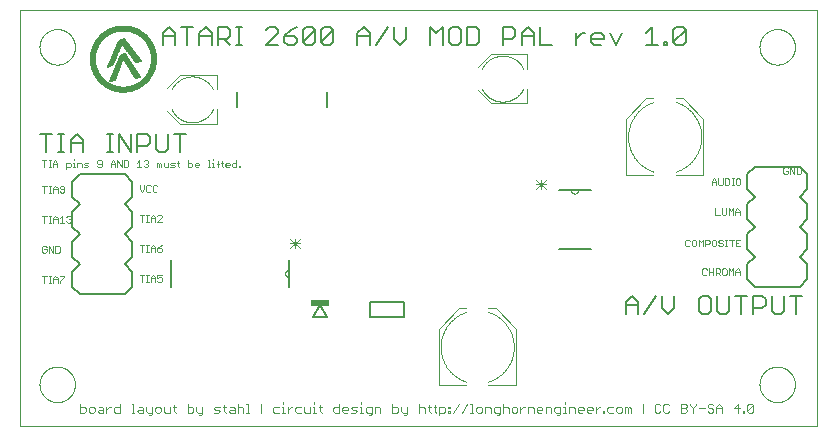
<source format=gto>
G75*
%MOIN*%
%OFA0B0*%
%FSLAX25Y25*%
%IPPOS*%
%LPD*%
%AMOC8*
5,1,8,0,0,1.08239X$1,22.5*
%
%ADD10C,0.00000*%
%ADD11C,0.00200*%
%ADD12C,0.00500*%
%ADD13C,0.00300*%
%ADD14C,0.00600*%
%ADD15C,0.00800*%
%ADD16R,0.06200X0.02400*%
%ADD17C,0.00400*%
%ADD18C,0.02000*%
D10*
X0001000Y0001000D02*
X0001000Y0139626D01*
X0266614Y0139626D01*
X0266614Y0001000D01*
X0001000Y0001000D01*
X0007519Y0014740D02*
X0007521Y0014893D01*
X0007527Y0015047D01*
X0007537Y0015200D01*
X0007551Y0015352D01*
X0007569Y0015505D01*
X0007591Y0015656D01*
X0007616Y0015807D01*
X0007646Y0015958D01*
X0007680Y0016108D01*
X0007717Y0016256D01*
X0007758Y0016404D01*
X0007803Y0016550D01*
X0007852Y0016696D01*
X0007905Y0016840D01*
X0007961Y0016982D01*
X0008021Y0017123D01*
X0008085Y0017263D01*
X0008152Y0017401D01*
X0008223Y0017537D01*
X0008298Y0017671D01*
X0008375Y0017803D01*
X0008457Y0017933D01*
X0008541Y0018061D01*
X0008629Y0018187D01*
X0008720Y0018310D01*
X0008814Y0018431D01*
X0008912Y0018549D01*
X0009012Y0018665D01*
X0009116Y0018778D01*
X0009222Y0018889D01*
X0009331Y0018997D01*
X0009443Y0019102D01*
X0009557Y0019203D01*
X0009675Y0019302D01*
X0009794Y0019398D01*
X0009916Y0019491D01*
X0010041Y0019580D01*
X0010168Y0019667D01*
X0010297Y0019749D01*
X0010428Y0019829D01*
X0010561Y0019905D01*
X0010696Y0019978D01*
X0010833Y0020047D01*
X0010972Y0020112D01*
X0011112Y0020174D01*
X0011254Y0020232D01*
X0011397Y0020287D01*
X0011542Y0020338D01*
X0011688Y0020385D01*
X0011835Y0020428D01*
X0011983Y0020467D01*
X0012132Y0020503D01*
X0012282Y0020534D01*
X0012433Y0020562D01*
X0012584Y0020586D01*
X0012737Y0020606D01*
X0012889Y0020622D01*
X0013042Y0020634D01*
X0013195Y0020642D01*
X0013348Y0020646D01*
X0013502Y0020646D01*
X0013655Y0020642D01*
X0013808Y0020634D01*
X0013961Y0020622D01*
X0014113Y0020606D01*
X0014266Y0020586D01*
X0014417Y0020562D01*
X0014568Y0020534D01*
X0014718Y0020503D01*
X0014867Y0020467D01*
X0015015Y0020428D01*
X0015162Y0020385D01*
X0015308Y0020338D01*
X0015453Y0020287D01*
X0015596Y0020232D01*
X0015738Y0020174D01*
X0015878Y0020112D01*
X0016017Y0020047D01*
X0016154Y0019978D01*
X0016289Y0019905D01*
X0016422Y0019829D01*
X0016553Y0019749D01*
X0016682Y0019667D01*
X0016809Y0019580D01*
X0016934Y0019491D01*
X0017056Y0019398D01*
X0017175Y0019302D01*
X0017293Y0019203D01*
X0017407Y0019102D01*
X0017519Y0018997D01*
X0017628Y0018889D01*
X0017734Y0018778D01*
X0017838Y0018665D01*
X0017938Y0018549D01*
X0018036Y0018431D01*
X0018130Y0018310D01*
X0018221Y0018187D01*
X0018309Y0018061D01*
X0018393Y0017933D01*
X0018475Y0017803D01*
X0018552Y0017671D01*
X0018627Y0017537D01*
X0018698Y0017401D01*
X0018765Y0017263D01*
X0018829Y0017123D01*
X0018889Y0016982D01*
X0018945Y0016840D01*
X0018998Y0016696D01*
X0019047Y0016550D01*
X0019092Y0016404D01*
X0019133Y0016256D01*
X0019170Y0016108D01*
X0019204Y0015958D01*
X0019234Y0015807D01*
X0019259Y0015656D01*
X0019281Y0015505D01*
X0019299Y0015352D01*
X0019313Y0015200D01*
X0019323Y0015047D01*
X0019329Y0014893D01*
X0019331Y0014740D01*
X0019329Y0014587D01*
X0019323Y0014433D01*
X0019313Y0014280D01*
X0019299Y0014128D01*
X0019281Y0013975D01*
X0019259Y0013824D01*
X0019234Y0013673D01*
X0019204Y0013522D01*
X0019170Y0013372D01*
X0019133Y0013224D01*
X0019092Y0013076D01*
X0019047Y0012930D01*
X0018998Y0012784D01*
X0018945Y0012640D01*
X0018889Y0012498D01*
X0018829Y0012357D01*
X0018765Y0012217D01*
X0018698Y0012079D01*
X0018627Y0011943D01*
X0018552Y0011809D01*
X0018475Y0011677D01*
X0018393Y0011547D01*
X0018309Y0011419D01*
X0018221Y0011293D01*
X0018130Y0011170D01*
X0018036Y0011049D01*
X0017938Y0010931D01*
X0017838Y0010815D01*
X0017734Y0010702D01*
X0017628Y0010591D01*
X0017519Y0010483D01*
X0017407Y0010378D01*
X0017293Y0010277D01*
X0017175Y0010178D01*
X0017056Y0010082D01*
X0016934Y0009989D01*
X0016809Y0009900D01*
X0016682Y0009813D01*
X0016553Y0009731D01*
X0016422Y0009651D01*
X0016289Y0009575D01*
X0016154Y0009502D01*
X0016017Y0009433D01*
X0015878Y0009368D01*
X0015738Y0009306D01*
X0015596Y0009248D01*
X0015453Y0009193D01*
X0015308Y0009142D01*
X0015162Y0009095D01*
X0015015Y0009052D01*
X0014867Y0009013D01*
X0014718Y0008977D01*
X0014568Y0008946D01*
X0014417Y0008918D01*
X0014266Y0008894D01*
X0014113Y0008874D01*
X0013961Y0008858D01*
X0013808Y0008846D01*
X0013655Y0008838D01*
X0013502Y0008834D01*
X0013348Y0008834D01*
X0013195Y0008838D01*
X0013042Y0008846D01*
X0012889Y0008858D01*
X0012737Y0008874D01*
X0012584Y0008894D01*
X0012433Y0008918D01*
X0012282Y0008946D01*
X0012132Y0008977D01*
X0011983Y0009013D01*
X0011835Y0009052D01*
X0011688Y0009095D01*
X0011542Y0009142D01*
X0011397Y0009193D01*
X0011254Y0009248D01*
X0011112Y0009306D01*
X0010972Y0009368D01*
X0010833Y0009433D01*
X0010696Y0009502D01*
X0010561Y0009575D01*
X0010428Y0009651D01*
X0010297Y0009731D01*
X0010168Y0009813D01*
X0010041Y0009900D01*
X0009916Y0009989D01*
X0009794Y0010082D01*
X0009675Y0010178D01*
X0009557Y0010277D01*
X0009443Y0010378D01*
X0009331Y0010483D01*
X0009222Y0010591D01*
X0009116Y0010702D01*
X0009012Y0010815D01*
X0008912Y0010931D01*
X0008814Y0011049D01*
X0008720Y0011170D01*
X0008629Y0011293D01*
X0008541Y0011419D01*
X0008457Y0011547D01*
X0008375Y0011677D01*
X0008298Y0011809D01*
X0008223Y0011943D01*
X0008152Y0012079D01*
X0008085Y0012217D01*
X0008021Y0012357D01*
X0007961Y0012498D01*
X0007905Y0012640D01*
X0007852Y0012784D01*
X0007803Y0012930D01*
X0007758Y0013076D01*
X0007717Y0013224D01*
X0007680Y0013372D01*
X0007646Y0013522D01*
X0007616Y0013673D01*
X0007591Y0013824D01*
X0007569Y0013975D01*
X0007551Y0014128D01*
X0007537Y0014280D01*
X0007527Y0014433D01*
X0007521Y0014587D01*
X0007519Y0014740D01*
X0090625Y0050440D02*
X0090556Y0050442D01*
X0090488Y0050448D01*
X0090420Y0050458D01*
X0090353Y0050471D01*
X0090287Y0050489D01*
X0090222Y0050510D01*
X0090158Y0050535D01*
X0090096Y0050563D01*
X0090035Y0050595D01*
X0089976Y0050630D01*
X0089920Y0050669D01*
X0089865Y0050711D01*
X0089814Y0050756D01*
X0089764Y0050804D01*
X0089718Y0050854D01*
X0089675Y0050907D01*
X0089634Y0050963D01*
X0089597Y0051020D01*
X0089564Y0051080D01*
X0089533Y0051142D01*
X0089507Y0051205D01*
X0089484Y0051269D01*
X0089464Y0051335D01*
X0089449Y0051402D01*
X0089437Y0051469D01*
X0089429Y0051537D01*
X0089425Y0051606D01*
X0089425Y0051674D01*
X0089429Y0051743D01*
X0089437Y0051811D01*
X0089449Y0051878D01*
X0089464Y0051945D01*
X0089484Y0052011D01*
X0089507Y0052075D01*
X0089533Y0052138D01*
X0089564Y0052200D01*
X0089597Y0052260D01*
X0089634Y0052317D01*
X0089675Y0052373D01*
X0089718Y0052426D01*
X0089764Y0052476D01*
X0089814Y0052524D01*
X0089865Y0052569D01*
X0089920Y0052611D01*
X0089976Y0052650D01*
X0090035Y0052685D01*
X0090096Y0052717D01*
X0090158Y0052745D01*
X0090222Y0052770D01*
X0090287Y0052791D01*
X0090353Y0052809D01*
X0090420Y0052822D01*
X0090488Y0052832D01*
X0090556Y0052838D01*
X0090625Y0052840D01*
X0184725Y0079540D02*
X0184727Y0079471D01*
X0184733Y0079403D01*
X0184743Y0079335D01*
X0184756Y0079268D01*
X0184774Y0079202D01*
X0184795Y0079137D01*
X0184820Y0079073D01*
X0184848Y0079011D01*
X0184880Y0078950D01*
X0184915Y0078891D01*
X0184954Y0078835D01*
X0184996Y0078780D01*
X0185041Y0078729D01*
X0185089Y0078679D01*
X0185139Y0078633D01*
X0185192Y0078590D01*
X0185248Y0078549D01*
X0185305Y0078512D01*
X0185365Y0078479D01*
X0185427Y0078448D01*
X0185490Y0078422D01*
X0185554Y0078399D01*
X0185620Y0078379D01*
X0185687Y0078364D01*
X0185754Y0078352D01*
X0185822Y0078344D01*
X0185891Y0078340D01*
X0185959Y0078340D01*
X0186028Y0078344D01*
X0186096Y0078352D01*
X0186163Y0078364D01*
X0186230Y0078379D01*
X0186296Y0078399D01*
X0186360Y0078422D01*
X0186423Y0078448D01*
X0186485Y0078479D01*
X0186545Y0078512D01*
X0186602Y0078549D01*
X0186658Y0078590D01*
X0186711Y0078633D01*
X0186761Y0078679D01*
X0186809Y0078729D01*
X0186854Y0078780D01*
X0186896Y0078835D01*
X0186935Y0078891D01*
X0186970Y0078950D01*
X0187002Y0079011D01*
X0187030Y0079073D01*
X0187055Y0079137D01*
X0187076Y0079202D01*
X0187094Y0079268D01*
X0187107Y0079335D01*
X0187117Y0079403D01*
X0187123Y0079471D01*
X0187125Y0079540D01*
X0247519Y0127240D02*
X0247521Y0127393D01*
X0247527Y0127547D01*
X0247537Y0127700D01*
X0247551Y0127852D01*
X0247569Y0128005D01*
X0247591Y0128156D01*
X0247616Y0128307D01*
X0247646Y0128458D01*
X0247680Y0128608D01*
X0247717Y0128756D01*
X0247758Y0128904D01*
X0247803Y0129050D01*
X0247852Y0129196D01*
X0247905Y0129340D01*
X0247961Y0129482D01*
X0248021Y0129623D01*
X0248085Y0129763D01*
X0248152Y0129901D01*
X0248223Y0130037D01*
X0248298Y0130171D01*
X0248375Y0130303D01*
X0248457Y0130433D01*
X0248541Y0130561D01*
X0248629Y0130687D01*
X0248720Y0130810D01*
X0248814Y0130931D01*
X0248912Y0131049D01*
X0249012Y0131165D01*
X0249116Y0131278D01*
X0249222Y0131389D01*
X0249331Y0131497D01*
X0249443Y0131602D01*
X0249557Y0131703D01*
X0249675Y0131802D01*
X0249794Y0131898D01*
X0249916Y0131991D01*
X0250041Y0132080D01*
X0250168Y0132167D01*
X0250297Y0132249D01*
X0250428Y0132329D01*
X0250561Y0132405D01*
X0250696Y0132478D01*
X0250833Y0132547D01*
X0250972Y0132612D01*
X0251112Y0132674D01*
X0251254Y0132732D01*
X0251397Y0132787D01*
X0251542Y0132838D01*
X0251688Y0132885D01*
X0251835Y0132928D01*
X0251983Y0132967D01*
X0252132Y0133003D01*
X0252282Y0133034D01*
X0252433Y0133062D01*
X0252584Y0133086D01*
X0252737Y0133106D01*
X0252889Y0133122D01*
X0253042Y0133134D01*
X0253195Y0133142D01*
X0253348Y0133146D01*
X0253502Y0133146D01*
X0253655Y0133142D01*
X0253808Y0133134D01*
X0253961Y0133122D01*
X0254113Y0133106D01*
X0254266Y0133086D01*
X0254417Y0133062D01*
X0254568Y0133034D01*
X0254718Y0133003D01*
X0254867Y0132967D01*
X0255015Y0132928D01*
X0255162Y0132885D01*
X0255308Y0132838D01*
X0255453Y0132787D01*
X0255596Y0132732D01*
X0255738Y0132674D01*
X0255878Y0132612D01*
X0256017Y0132547D01*
X0256154Y0132478D01*
X0256289Y0132405D01*
X0256422Y0132329D01*
X0256553Y0132249D01*
X0256682Y0132167D01*
X0256809Y0132080D01*
X0256934Y0131991D01*
X0257056Y0131898D01*
X0257175Y0131802D01*
X0257293Y0131703D01*
X0257407Y0131602D01*
X0257519Y0131497D01*
X0257628Y0131389D01*
X0257734Y0131278D01*
X0257838Y0131165D01*
X0257938Y0131049D01*
X0258036Y0130931D01*
X0258130Y0130810D01*
X0258221Y0130687D01*
X0258309Y0130561D01*
X0258393Y0130433D01*
X0258475Y0130303D01*
X0258552Y0130171D01*
X0258627Y0130037D01*
X0258698Y0129901D01*
X0258765Y0129763D01*
X0258829Y0129623D01*
X0258889Y0129482D01*
X0258945Y0129340D01*
X0258998Y0129196D01*
X0259047Y0129050D01*
X0259092Y0128904D01*
X0259133Y0128756D01*
X0259170Y0128608D01*
X0259204Y0128458D01*
X0259234Y0128307D01*
X0259259Y0128156D01*
X0259281Y0128005D01*
X0259299Y0127852D01*
X0259313Y0127700D01*
X0259323Y0127547D01*
X0259329Y0127393D01*
X0259331Y0127240D01*
X0259329Y0127087D01*
X0259323Y0126933D01*
X0259313Y0126780D01*
X0259299Y0126628D01*
X0259281Y0126475D01*
X0259259Y0126324D01*
X0259234Y0126173D01*
X0259204Y0126022D01*
X0259170Y0125872D01*
X0259133Y0125724D01*
X0259092Y0125576D01*
X0259047Y0125430D01*
X0258998Y0125284D01*
X0258945Y0125140D01*
X0258889Y0124998D01*
X0258829Y0124857D01*
X0258765Y0124717D01*
X0258698Y0124579D01*
X0258627Y0124443D01*
X0258552Y0124309D01*
X0258475Y0124177D01*
X0258393Y0124047D01*
X0258309Y0123919D01*
X0258221Y0123793D01*
X0258130Y0123670D01*
X0258036Y0123549D01*
X0257938Y0123431D01*
X0257838Y0123315D01*
X0257734Y0123202D01*
X0257628Y0123091D01*
X0257519Y0122983D01*
X0257407Y0122878D01*
X0257293Y0122777D01*
X0257175Y0122678D01*
X0257056Y0122582D01*
X0256934Y0122489D01*
X0256809Y0122400D01*
X0256682Y0122313D01*
X0256553Y0122231D01*
X0256422Y0122151D01*
X0256289Y0122075D01*
X0256154Y0122002D01*
X0256017Y0121933D01*
X0255878Y0121868D01*
X0255738Y0121806D01*
X0255596Y0121748D01*
X0255453Y0121693D01*
X0255308Y0121642D01*
X0255162Y0121595D01*
X0255015Y0121552D01*
X0254867Y0121513D01*
X0254718Y0121477D01*
X0254568Y0121446D01*
X0254417Y0121418D01*
X0254266Y0121394D01*
X0254113Y0121374D01*
X0253961Y0121358D01*
X0253808Y0121346D01*
X0253655Y0121338D01*
X0253502Y0121334D01*
X0253348Y0121334D01*
X0253195Y0121338D01*
X0253042Y0121346D01*
X0252889Y0121358D01*
X0252737Y0121374D01*
X0252584Y0121394D01*
X0252433Y0121418D01*
X0252282Y0121446D01*
X0252132Y0121477D01*
X0251983Y0121513D01*
X0251835Y0121552D01*
X0251688Y0121595D01*
X0251542Y0121642D01*
X0251397Y0121693D01*
X0251254Y0121748D01*
X0251112Y0121806D01*
X0250972Y0121868D01*
X0250833Y0121933D01*
X0250696Y0122002D01*
X0250561Y0122075D01*
X0250428Y0122151D01*
X0250297Y0122231D01*
X0250168Y0122313D01*
X0250041Y0122400D01*
X0249916Y0122489D01*
X0249794Y0122582D01*
X0249675Y0122678D01*
X0249557Y0122777D01*
X0249443Y0122878D01*
X0249331Y0122983D01*
X0249222Y0123091D01*
X0249116Y0123202D01*
X0249012Y0123315D01*
X0248912Y0123431D01*
X0248814Y0123549D01*
X0248720Y0123670D01*
X0248629Y0123793D01*
X0248541Y0123919D01*
X0248457Y0124047D01*
X0248375Y0124177D01*
X0248298Y0124309D01*
X0248223Y0124443D01*
X0248152Y0124579D01*
X0248085Y0124717D01*
X0248021Y0124857D01*
X0247961Y0124998D01*
X0247905Y0125140D01*
X0247852Y0125284D01*
X0247803Y0125430D01*
X0247758Y0125576D01*
X0247717Y0125724D01*
X0247680Y0125872D01*
X0247646Y0126022D01*
X0247616Y0126173D01*
X0247591Y0126324D01*
X0247569Y0126475D01*
X0247551Y0126628D01*
X0247537Y0126780D01*
X0247527Y0126933D01*
X0247521Y0127087D01*
X0247519Y0127240D01*
X0247519Y0014740D02*
X0247521Y0014893D01*
X0247527Y0015047D01*
X0247537Y0015200D01*
X0247551Y0015352D01*
X0247569Y0015505D01*
X0247591Y0015656D01*
X0247616Y0015807D01*
X0247646Y0015958D01*
X0247680Y0016108D01*
X0247717Y0016256D01*
X0247758Y0016404D01*
X0247803Y0016550D01*
X0247852Y0016696D01*
X0247905Y0016840D01*
X0247961Y0016982D01*
X0248021Y0017123D01*
X0248085Y0017263D01*
X0248152Y0017401D01*
X0248223Y0017537D01*
X0248298Y0017671D01*
X0248375Y0017803D01*
X0248457Y0017933D01*
X0248541Y0018061D01*
X0248629Y0018187D01*
X0248720Y0018310D01*
X0248814Y0018431D01*
X0248912Y0018549D01*
X0249012Y0018665D01*
X0249116Y0018778D01*
X0249222Y0018889D01*
X0249331Y0018997D01*
X0249443Y0019102D01*
X0249557Y0019203D01*
X0249675Y0019302D01*
X0249794Y0019398D01*
X0249916Y0019491D01*
X0250041Y0019580D01*
X0250168Y0019667D01*
X0250297Y0019749D01*
X0250428Y0019829D01*
X0250561Y0019905D01*
X0250696Y0019978D01*
X0250833Y0020047D01*
X0250972Y0020112D01*
X0251112Y0020174D01*
X0251254Y0020232D01*
X0251397Y0020287D01*
X0251542Y0020338D01*
X0251688Y0020385D01*
X0251835Y0020428D01*
X0251983Y0020467D01*
X0252132Y0020503D01*
X0252282Y0020534D01*
X0252433Y0020562D01*
X0252584Y0020586D01*
X0252737Y0020606D01*
X0252889Y0020622D01*
X0253042Y0020634D01*
X0253195Y0020642D01*
X0253348Y0020646D01*
X0253502Y0020646D01*
X0253655Y0020642D01*
X0253808Y0020634D01*
X0253961Y0020622D01*
X0254113Y0020606D01*
X0254266Y0020586D01*
X0254417Y0020562D01*
X0254568Y0020534D01*
X0254718Y0020503D01*
X0254867Y0020467D01*
X0255015Y0020428D01*
X0255162Y0020385D01*
X0255308Y0020338D01*
X0255453Y0020287D01*
X0255596Y0020232D01*
X0255738Y0020174D01*
X0255878Y0020112D01*
X0256017Y0020047D01*
X0256154Y0019978D01*
X0256289Y0019905D01*
X0256422Y0019829D01*
X0256553Y0019749D01*
X0256682Y0019667D01*
X0256809Y0019580D01*
X0256934Y0019491D01*
X0257056Y0019398D01*
X0257175Y0019302D01*
X0257293Y0019203D01*
X0257407Y0019102D01*
X0257519Y0018997D01*
X0257628Y0018889D01*
X0257734Y0018778D01*
X0257838Y0018665D01*
X0257938Y0018549D01*
X0258036Y0018431D01*
X0258130Y0018310D01*
X0258221Y0018187D01*
X0258309Y0018061D01*
X0258393Y0017933D01*
X0258475Y0017803D01*
X0258552Y0017671D01*
X0258627Y0017537D01*
X0258698Y0017401D01*
X0258765Y0017263D01*
X0258829Y0017123D01*
X0258889Y0016982D01*
X0258945Y0016840D01*
X0258998Y0016696D01*
X0259047Y0016550D01*
X0259092Y0016404D01*
X0259133Y0016256D01*
X0259170Y0016108D01*
X0259204Y0015958D01*
X0259234Y0015807D01*
X0259259Y0015656D01*
X0259281Y0015505D01*
X0259299Y0015352D01*
X0259313Y0015200D01*
X0259323Y0015047D01*
X0259329Y0014893D01*
X0259331Y0014740D01*
X0259329Y0014587D01*
X0259323Y0014433D01*
X0259313Y0014280D01*
X0259299Y0014128D01*
X0259281Y0013975D01*
X0259259Y0013824D01*
X0259234Y0013673D01*
X0259204Y0013522D01*
X0259170Y0013372D01*
X0259133Y0013224D01*
X0259092Y0013076D01*
X0259047Y0012930D01*
X0258998Y0012784D01*
X0258945Y0012640D01*
X0258889Y0012498D01*
X0258829Y0012357D01*
X0258765Y0012217D01*
X0258698Y0012079D01*
X0258627Y0011943D01*
X0258552Y0011809D01*
X0258475Y0011677D01*
X0258393Y0011547D01*
X0258309Y0011419D01*
X0258221Y0011293D01*
X0258130Y0011170D01*
X0258036Y0011049D01*
X0257938Y0010931D01*
X0257838Y0010815D01*
X0257734Y0010702D01*
X0257628Y0010591D01*
X0257519Y0010483D01*
X0257407Y0010378D01*
X0257293Y0010277D01*
X0257175Y0010178D01*
X0257056Y0010082D01*
X0256934Y0009989D01*
X0256809Y0009900D01*
X0256682Y0009813D01*
X0256553Y0009731D01*
X0256422Y0009651D01*
X0256289Y0009575D01*
X0256154Y0009502D01*
X0256017Y0009433D01*
X0255878Y0009368D01*
X0255738Y0009306D01*
X0255596Y0009248D01*
X0255453Y0009193D01*
X0255308Y0009142D01*
X0255162Y0009095D01*
X0255015Y0009052D01*
X0254867Y0009013D01*
X0254718Y0008977D01*
X0254568Y0008946D01*
X0254417Y0008918D01*
X0254266Y0008894D01*
X0254113Y0008874D01*
X0253961Y0008858D01*
X0253808Y0008846D01*
X0253655Y0008838D01*
X0253502Y0008834D01*
X0253348Y0008834D01*
X0253195Y0008838D01*
X0253042Y0008846D01*
X0252889Y0008858D01*
X0252737Y0008874D01*
X0252584Y0008894D01*
X0252433Y0008918D01*
X0252282Y0008946D01*
X0252132Y0008977D01*
X0251983Y0009013D01*
X0251835Y0009052D01*
X0251688Y0009095D01*
X0251542Y0009142D01*
X0251397Y0009193D01*
X0251254Y0009248D01*
X0251112Y0009306D01*
X0250972Y0009368D01*
X0250833Y0009433D01*
X0250696Y0009502D01*
X0250561Y0009575D01*
X0250428Y0009651D01*
X0250297Y0009731D01*
X0250168Y0009813D01*
X0250041Y0009900D01*
X0249916Y0009989D01*
X0249794Y0010082D01*
X0249675Y0010178D01*
X0249557Y0010277D01*
X0249443Y0010378D01*
X0249331Y0010483D01*
X0249222Y0010591D01*
X0249116Y0010702D01*
X0249012Y0010815D01*
X0248912Y0010931D01*
X0248814Y0011049D01*
X0248720Y0011170D01*
X0248629Y0011293D01*
X0248541Y0011419D01*
X0248457Y0011547D01*
X0248375Y0011677D01*
X0248298Y0011809D01*
X0248223Y0011943D01*
X0248152Y0012079D01*
X0248085Y0012217D01*
X0248021Y0012357D01*
X0247961Y0012498D01*
X0247905Y0012640D01*
X0247852Y0012784D01*
X0247803Y0012930D01*
X0247758Y0013076D01*
X0247717Y0013224D01*
X0247680Y0013372D01*
X0247646Y0013522D01*
X0247616Y0013673D01*
X0247591Y0013824D01*
X0247569Y0013975D01*
X0247551Y0014128D01*
X0247537Y0014280D01*
X0247527Y0014433D01*
X0247521Y0014587D01*
X0247519Y0014740D01*
X0007519Y0127240D02*
X0007521Y0127393D01*
X0007527Y0127547D01*
X0007537Y0127700D01*
X0007551Y0127852D01*
X0007569Y0128005D01*
X0007591Y0128156D01*
X0007616Y0128307D01*
X0007646Y0128458D01*
X0007680Y0128608D01*
X0007717Y0128756D01*
X0007758Y0128904D01*
X0007803Y0129050D01*
X0007852Y0129196D01*
X0007905Y0129340D01*
X0007961Y0129482D01*
X0008021Y0129623D01*
X0008085Y0129763D01*
X0008152Y0129901D01*
X0008223Y0130037D01*
X0008298Y0130171D01*
X0008375Y0130303D01*
X0008457Y0130433D01*
X0008541Y0130561D01*
X0008629Y0130687D01*
X0008720Y0130810D01*
X0008814Y0130931D01*
X0008912Y0131049D01*
X0009012Y0131165D01*
X0009116Y0131278D01*
X0009222Y0131389D01*
X0009331Y0131497D01*
X0009443Y0131602D01*
X0009557Y0131703D01*
X0009675Y0131802D01*
X0009794Y0131898D01*
X0009916Y0131991D01*
X0010041Y0132080D01*
X0010168Y0132167D01*
X0010297Y0132249D01*
X0010428Y0132329D01*
X0010561Y0132405D01*
X0010696Y0132478D01*
X0010833Y0132547D01*
X0010972Y0132612D01*
X0011112Y0132674D01*
X0011254Y0132732D01*
X0011397Y0132787D01*
X0011542Y0132838D01*
X0011688Y0132885D01*
X0011835Y0132928D01*
X0011983Y0132967D01*
X0012132Y0133003D01*
X0012282Y0133034D01*
X0012433Y0133062D01*
X0012584Y0133086D01*
X0012737Y0133106D01*
X0012889Y0133122D01*
X0013042Y0133134D01*
X0013195Y0133142D01*
X0013348Y0133146D01*
X0013502Y0133146D01*
X0013655Y0133142D01*
X0013808Y0133134D01*
X0013961Y0133122D01*
X0014113Y0133106D01*
X0014266Y0133086D01*
X0014417Y0133062D01*
X0014568Y0133034D01*
X0014718Y0133003D01*
X0014867Y0132967D01*
X0015015Y0132928D01*
X0015162Y0132885D01*
X0015308Y0132838D01*
X0015453Y0132787D01*
X0015596Y0132732D01*
X0015738Y0132674D01*
X0015878Y0132612D01*
X0016017Y0132547D01*
X0016154Y0132478D01*
X0016289Y0132405D01*
X0016422Y0132329D01*
X0016553Y0132249D01*
X0016682Y0132167D01*
X0016809Y0132080D01*
X0016934Y0131991D01*
X0017056Y0131898D01*
X0017175Y0131802D01*
X0017293Y0131703D01*
X0017407Y0131602D01*
X0017519Y0131497D01*
X0017628Y0131389D01*
X0017734Y0131278D01*
X0017838Y0131165D01*
X0017938Y0131049D01*
X0018036Y0130931D01*
X0018130Y0130810D01*
X0018221Y0130687D01*
X0018309Y0130561D01*
X0018393Y0130433D01*
X0018475Y0130303D01*
X0018552Y0130171D01*
X0018627Y0130037D01*
X0018698Y0129901D01*
X0018765Y0129763D01*
X0018829Y0129623D01*
X0018889Y0129482D01*
X0018945Y0129340D01*
X0018998Y0129196D01*
X0019047Y0129050D01*
X0019092Y0128904D01*
X0019133Y0128756D01*
X0019170Y0128608D01*
X0019204Y0128458D01*
X0019234Y0128307D01*
X0019259Y0128156D01*
X0019281Y0128005D01*
X0019299Y0127852D01*
X0019313Y0127700D01*
X0019323Y0127547D01*
X0019329Y0127393D01*
X0019331Y0127240D01*
X0019329Y0127087D01*
X0019323Y0126933D01*
X0019313Y0126780D01*
X0019299Y0126628D01*
X0019281Y0126475D01*
X0019259Y0126324D01*
X0019234Y0126173D01*
X0019204Y0126022D01*
X0019170Y0125872D01*
X0019133Y0125724D01*
X0019092Y0125576D01*
X0019047Y0125430D01*
X0018998Y0125284D01*
X0018945Y0125140D01*
X0018889Y0124998D01*
X0018829Y0124857D01*
X0018765Y0124717D01*
X0018698Y0124579D01*
X0018627Y0124443D01*
X0018552Y0124309D01*
X0018475Y0124177D01*
X0018393Y0124047D01*
X0018309Y0123919D01*
X0018221Y0123793D01*
X0018130Y0123670D01*
X0018036Y0123549D01*
X0017938Y0123431D01*
X0017838Y0123315D01*
X0017734Y0123202D01*
X0017628Y0123091D01*
X0017519Y0122983D01*
X0017407Y0122878D01*
X0017293Y0122777D01*
X0017175Y0122678D01*
X0017056Y0122582D01*
X0016934Y0122489D01*
X0016809Y0122400D01*
X0016682Y0122313D01*
X0016553Y0122231D01*
X0016422Y0122151D01*
X0016289Y0122075D01*
X0016154Y0122002D01*
X0016017Y0121933D01*
X0015878Y0121868D01*
X0015738Y0121806D01*
X0015596Y0121748D01*
X0015453Y0121693D01*
X0015308Y0121642D01*
X0015162Y0121595D01*
X0015015Y0121552D01*
X0014867Y0121513D01*
X0014718Y0121477D01*
X0014568Y0121446D01*
X0014417Y0121418D01*
X0014266Y0121394D01*
X0014113Y0121374D01*
X0013961Y0121358D01*
X0013808Y0121346D01*
X0013655Y0121338D01*
X0013502Y0121334D01*
X0013348Y0121334D01*
X0013195Y0121338D01*
X0013042Y0121346D01*
X0012889Y0121358D01*
X0012737Y0121374D01*
X0012584Y0121394D01*
X0012433Y0121418D01*
X0012282Y0121446D01*
X0012132Y0121477D01*
X0011983Y0121513D01*
X0011835Y0121552D01*
X0011688Y0121595D01*
X0011542Y0121642D01*
X0011397Y0121693D01*
X0011254Y0121748D01*
X0011112Y0121806D01*
X0010972Y0121868D01*
X0010833Y0121933D01*
X0010696Y0122002D01*
X0010561Y0122075D01*
X0010428Y0122151D01*
X0010297Y0122231D01*
X0010168Y0122313D01*
X0010041Y0122400D01*
X0009916Y0122489D01*
X0009794Y0122582D01*
X0009675Y0122678D01*
X0009557Y0122777D01*
X0009443Y0122878D01*
X0009331Y0122983D01*
X0009222Y0123091D01*
X0009116Y0123202D01*
X0009012Y0123315D01*
X0008912Y0123431D01*
X0008814Y0123549D01*
X0008720Y0123670D01*
X0008629Y0123793D01*
X0008541Y0123919D01*
X0008457Y0124047D01*
X0008375Y0124177D01*
X0008298Y0124309D01*
X0008223Y0124443D01*
X0008152Y0124579D01*
X0008085Y0124717D01*
X0008021Y0124857D01*
X0007961Y0124998D01*
X0007905Y0125140D01*
X0007852Y0125284D01*
X0007803Y0125430D01*
X0007758Y0125576D01*
X0007717Y0125724D01*
X0007680Y0125872D01*
X0007646Y0126022D01*
X0007616Y0126173D01*
X0007591Y0126324D01*
X0007569Y0126475D01*
X0007551Y0126628D01*
X0007537Y0126780D01*
X0007527Y0126933D01*
X0007521Y0127087D01*
X0007519Y0127240D01*
D11*
X0008368Y0089404D02*
X0009836Y0089404D01*
X0009102Y0089404D02*
X0009102Y0087202D01*
X0010578Y0087202D02*
X0011312Y0087202D01*
X0010945Y0087202D02*
X0010945Y0089404D01*
X0010578Y0089404D02*
X0011312Y0089404D01*
X0012051Y0088670D02*
X0012785Y0089404D01*
X0013519Y0088670D01*
X0013519Y0087202D01*
X0013519Y0088303D02*
X0012051Y0088303D01*
X0012051Y0088670D02*
X0012051Y0087202D01*
X0016471Y0087202D02*
X0017572Y0087202D01*
X0017939Y0087569D01*
X0017939Y0088303D01*
X0017572Y0088670D01*
X0016471Y0088670D01*
X0016471Y0086468D01*
X0018680Y0087202D02*
X0019414Y0087202D01*
X0019047Y0087202D02*
X0019047Y0088670D01*
X0018680Y0088670D01*
X0019047Y0089404D02*
X0019047Y0089771D01*
X0020154Y0088670D02*
X0021255Y0088670D01*
X0021622Y0088303D01*
X0021622Y0087202D01*
X0022364Y0087202D02*
X0023465Y0087202D01*
X0023832Y0087569D01*
X0023465Y0087936D01*
X0022731Y0087936D01*
X0022364Y0088303D01*
X0022731Y0088670D01*
X0023832Y0088670D01*
X0020154Y0088670D02*
X0020154Y0087202D01*
X0026783Y0087569D02*
X0027150Y0087202D01*
X0027884Y0087202D01*
X0028251Y0087569D01*
X0028251Y0089037D01*
X0027884Y0089404D01*
X0027150Y0089404D01*
X0026783Y0089037D01*
X0026783Y0088670D01*
X0027150Y0088303D01*
X0028251Y0088303D01*
X0031203Y0088303D02*
X0032671Y0088303D01*
X0032671Y0088670D02*
X0032671Y0087202D01*
X0033413Y0087202D02*
X0033413Y0089404D01*
X0034881Y0087202D01*
X0034881Y0089404D01*
X0035623Y0089404D02*
X0036724Y0089404D01*
X0037091Y0089037D01*
X0037091Y0087569D01*
X0036724Y0087202D01*
X0035623Y0087202D01*
X0035623Y0089404D01*
X0032671Y0088670D02*
X0031937Y0089404D01*
X0031203Y0088670D01*
X0031203Y0087202D01*
X0040043Y0087202D02*
X0041511Y0087202D01*
X0040777Y0087202D02*
X0040777Y0089404D01*
X0040043Y0088670D01*
X0042253Y0089037D02*
X0042620Y0089404D01*
X0043353Y0089404D01*
X0043720Y0089037D01*
X0043720Y0088670D01*
X0043353Y0088303D01*
X0043720Y0087936D01*
X0043720Y0087569D01*
X0043353Y0087202D01*
X0042620Y0087202D01*
X0042253Y0087569D01*
X0042986Y0088303D02*
X0043353Y0088303D01*
X0046672Y0088670D02*
X0047039Y0088670D01*
X0047406Y0088303D01*
X0047773Y0088670D01*
X0048140Y0088303D01*
X0048140Y0087202D01*
X0047406Y0087202D02*
X0047406Y0088303D01*
X0046672Y0088670D02*
X0046672Y0087202D01*
X0048882Y0087569D02*
X0048882Y0088670D01*
X0048882Y0087569D02*
X0049249Y0087202D01*
X0050350Y0087202D01*
X0050350Y0088670D01*
X0051092Y0088303D02*
X0051459Y0088670D01*
X0052560Y0088670D01*
X0053302Y0088670D02*
X0054036Y0088670D01*
X0053669Y0089037D02*
X0053669Y0087569D01*
X0054036Y0087202D01*
X0052560Y0087569D02*
X0052193Y0087936D01*
X0051459Y0087936D01*
X0051092Y0088303D01*
X0051092Y0087202D02*
X0052193Y0087202D01*
X0052560Y0087569D01*
X0056985Y0087202D02*
X0058086Y0087202D01*
X0058453Y0087569D01*
X0058453Y0088303D01*
X0058086Y0088670D01*
X0056985Y0088670D01*
X0056985Y0089404D02*
X0056985Y0087202D01*
X0059195Y0087569D02*
X0059195Y0088303D01*
X0059562Y0088670D01*
X0060296Y0088670D01*
X0060663Y0088303D01*
X0060663Y0087936D01*
X0059195Y0087936D01*
X0059195Y0087569D02*
X0059562Y0087202D01*
X0060296Y0087202D01*
X0063615Y0087202D02*
X0064349Y0087202D01*
X0063982Y0087202D02*
X0063982Y0089404D01*
X0063615Y0089404D01*
X0065088Y0088670D02*
X0065455Y0088670D01*
X0065455Y0087202D01*
X0065088Y0087202D02*
X0065822Y0087202D01*
X0066928Y0087202D02*
X0066928Y0089037D01*
X0067295Y0089404D01*
X0068034Y0088670D02*
X0068768Y0088670D01*
X0068401Y0089037D02*
X0068401Y0087569D01*
X0068768Y0087202D01*
X0069508Y0087569D02*
X0069508Y0088303D01*
X0069875Y0088670D01*
X0070609Y0088670D01*
X0070976Y0088303D01*
X0070976Y0087936D01*
X0069508Y0087936D01*
X0069508Y0087569D02*
X0069875Y0087202D01*
X0070609Y0087202D01*
X0071718Y0087569D02*
X0071718Y0088303D01*
X0072085Y0088670D01*
X0073186Y0088670D01*
X0073186Y0089404D02*
X0073186Y0087202D01*
X0072085Y0087202D01*
X0071718Y0087569D01*
X0073927Y0087569D02*
X0074294Y0087569D01*
X0074294Y0087202D01*
X0073927Y0087202D01*
X0073927Y0087569D01*
X0067295Y0088303D02*
X0066561Y0088303D01*
X0065455Y0089404D02*
X0065455Y0089771D01*
X0046814Y0080809D02*
X0046447Y0081176D01*
X0045714Y0081176D01*
X0045347Y0080809D01*
X0045347Y0079341D01*
X0045714Y0078974D01*
X0046447Y0078974D01*
X0046814Y0079341D01*
X0044605Y0079341D02*
X0044238Y0078974D01*
X0043504Y0078974D01*
X0043137Y0079341D01*
X0043137Y0080809D01*
X0043504Y0081176D01*
X0044238Y0081176D01*
X0044605Y0080809D01*
X0042395Y0081176D02*
X0042395Y0079708D01*
X0041661Y0078974D01*
X0040927Y0079708D01*
X0040927Y0081176D01*
X0040927Y0071176D02*
X0042395Y0071176D01*
X0041661Y0071176D02*
X0041661Y0068974D01*
X0043137Y0068974D02*
X0043871Y0068974D01*
X0043504Y0068974D02*
X0043504Y0071176D01*
X0043137Y0071176D02*
X0043871Y0071176D01*
X0044610Y0070442D02*
X0045344Y0071176D01*
X0046078Y0070442D01*
X0046078Y0068974D01*
X0046820Y0068974D02*
X0048288Y0070442D01*
X0048288Y0070809D01*
X0047921Y0071176D01*
X0047187Y0071176D01*
X0046820Y0070809D01*
X0046078Y0070075D02*
X0044610Y0070075D01*
X0044610Y0070442D02*
X0044610Y0068974D01*
X0046820Y0068974D02*
X0048288Y0068974D01*
X0048288Y0061176D02*
X0047554Y0060809D01*
X0046820Y0060075D01*
X0047921Y0060075D01*
X0048288Y0059708D01*
X0048288Y0059341D01*
X0047921Y0058974D01*
X0047187Y0058974D01*
X0046820Y0059341D01*
X0046820Y0060075D01*
X0046078Y0060075D02*
X0044610Y0060075D01*
X0044610Y0060442D02*
X0045344Y0061176D01*
X0046078Y0060442D01*
X0046078Y0058974D01*
X0044610Y0058974D02*
X0044610Y0060442D01*
X0043871Y0061176D02*
X0043137Y0061176D01*
X0043504Y0061176D02*
X0043504Y0058974D01*
X0043137Y0058974D02*
X0043871Y0058974D01*
X0041661Y0058974D02*
X0041661Y0061176D01*
X0040927Y0061176D02*
X0042395Y0061176D01*
X0042395Y0051176D02*
X0040927Y0051176D01*
X0041661Y0051176D02*
X0041661Y0048974D01*
X0043137Y0048974D02*
X0043871Y0048974D01*
X0043504Y0048974D02*
X0043504Y0051176D01*
X0043137Y0051176D02*
X0043871Y0051176D01*
X0044610Y0050442D02*
X0045344Y0051176D01*
X0046078Y0050442D01*
X0046078Y0048974D01*
X0046820Y0049341D02*
X0047187Y0048974D01*
X0047921Y0048974D01*
X0048288Y0049341D01*
X0048288Y0050075D01*
X0047921Y0050442D01*
X0047554Y0050442D01*
X0046820Y0050075D01*
X0046820Y0051176D01*
X0048288Y0051176D01*
X0046078Y0050075D02*
X0044610Y0050075D01*
X0044610Y0050442D02*
X0044610Y0048974D01*
X0015768Y0050533D02*
X0014300Y0049065D01*
X0014300Y0048698D01*
X0013558Y0048698D02*
X0013558Y0050166D01*
X0012824Y0050900D01*
X0012090Y0050166D01*
X0012090Y0048698D01*
X0011351Y0048698D02*
X0010617Y0048698D01*
X0010984Y0048698D02*
X0010984Y0050900D01*
X0010617Y0050900D02*
X0011351Y0050900D01*
X0012090Y0049799D02*
X0013558Y0049799D01*
X0014300Y0050900D02*
X0015768Y0050900D01*
X0015768Y0050533D01*
X0009875Y0050900D02*
X0008407Y0050900D01*
X0009141Y0050900D02*
X0009141Y0048698D01*
X0008774Y0058698D02*
X0009508Y0058698D01*
X0009875Y0059065D01*
X0009875Y0059799D01*
X0009141Y0059799D01*
X0008407Y0059065D02*
X0008774Y0058698D01*
X0008407Y0059065D02*
X0008407Y0060533D01*
X0008774Y0060900D01*
X0009508Y0060900D01*
X0009875Y0060533D01*
X0010617Y0060900D02*
X0012085Y0058698D01*
X0012085Y0060900D01*
X0012827Y0060900D02*
X0013928Y0060900D01*
X0014295Y0060533D01*
X0014295Y0059065D01*
X0013928Y0058698D01*
X0012827Y0058698D01*
X0012827Y0060900D01*
X0010617Y0060900D02*
X0010617Y0058698D01*
X0010617Y0068698D02*
X0011351Y0068698D01*
X0010984Y0068698D02*
X0010984Y0070900D01*
X0010617Y0070900D02*
X0011351Y0070900D01*
X0012090Y0070166D02*
X0012824Y0070900D01*
X0013558Y0070166D01*
X0013558Y0068698D01*
X0014300Y0068698D02*
X0015768Y0068698D01*
X0015034Y0068698D02*
X0015034Y0070900D01*
X0014300Y0070166D01*
X0013558Y0069799D02*
X0012090Y0069799D01*
X0012090Y0070166D02*
X0012090Y0068698D01*
X0009141Y0068698D02*
X0009141Y0070900D01*
X0008407Y0070900D02*
X0009875Y0070900D01*
X0016510Y0070533D02*
X0016877Y0070900D01*
X0017611Y0070900D01*
X0017978Y0070533D01*
X0017978Y0070166D01*
X0017611Y0069799D01*
X0017978Y0069432D01*
X0017978Y0069065D01*
X0017611Y0068698D01*
X0016877Y0068698D01*
X0016510Y0069065D01*
X0017244Y0069799D02*
X0017611Y0069799D01*
X0015401Y0078698D02*
X0015768Y0079065D01*
X0015768Y0080533D01*
X0015401Y0080900D01*
X0014667Y0080900D01*
X0014300Y0080533D01*
X0014300Y0080166D01*
X0014667Y0079799D01*
X0015768Y0079799D01*
X0015401Y0078698D02*
X0014667Y0078698D01*
X0014300Y0079065D01*
X0013558Y0078698D02*
X0013558Y0080166D01*
X0012824Y0080900D01*
X0012090Y0080166D01*
X0012090Y0078698D01*
X0011351Y0078698D02*
X0010617Y0078698D01*
X0010984Y0078698D02*
X0010984Y0080900D01*
X0010617Y0080900D02*
X0011351Y0080900D01*
X0012090Y0079799D02*
X0013558Y0079799D01*
X0009875Y0080900D02*
X0008407Y0080900D01*
X0009141Y0080900D02*
X0009141Y0078698D01*
X0222777Y0062620D02*
X0222777Y0061152D01*
X0223144Y0060785D01*
X0223878Y0060785D01*
X0224245Y0061152D01*
X0224987Y0061152D02*
X0224987Y0062620D01*
X0225354Y0062987D01*
X0226088Y0062987D01*
X0226455Y0062620D01*
X0226455Y0061152D01*
X0226088Y0060785D01*
X0225354Y0060785D01*
X0224987Y0061152D01*
X0224245Y0062620D02*
X0223878Y0062987D01*
X0223144Y0062987D01*
X0222777Y0062620D01*
X0227197Y0062987D02*
X0227197Y0060785D01*
X0228665Y0060785D02*
X0228665Y0062987D01*
X0227931Y0062253D01*
X0227197Y0062987D01*
X0229407Y0062987D02*
X0229407Y0060785D01*
X0229407Y0061519D02*
X0230508Y0061519D01*
X0230875Y0061886D01*
X0230875Y0062620D01*
X0230508Y0062987D01*
X0229407Y0062987D01*
X0231617Y0062620D02*
X0231617Y0061152D01*
X0231984Y0060785D01*
X0232718Y0060785D01*
X0233085Y0061152D01*
X0233085Y0062620D01*
X0232718Y0062987D01*
X0231984Y0062987D01*
X0231617Y0062620D01*
X0233827Y0062620D02*
X0233827Y0062253D01*
X0234194Y0061886D01*
X0234927Y0061886D01*
X0235294Y0061519D01*
X0235294Y0061152D01*
X0234927Y0060785D01*
X0234194Y0060785D01*
X0233827Y0061152D01*
X0233827Y0062620D02*
X0234194Y0062987D01*
X0234927Y0062987D01*
X0235294Y0062620D01*
X0236036Y0062987D02*
X0236770Y0062987D01*
X0236403Y0062987D02*
X0236403Y0060785D01*
X0236036Y0060785D02*
X0236770Y0060785D01*
X0238244Y0060785D02*
X0238244Y0062987D01*
X0237510Y0062987D02*
X0238978Y0062987D01*
X0239720Y0062987D02*
X0239720Y0060785D01*
X0241187Y0060785D01*
X0240454Y0061886D02*
X0239720Y0061886D01*
X0239720Y0062987D02*
X0241187Y0062987D01*
X0240875Y0071179D02*
X0240875Y0072647D01*
X0240141Y0073381D01*
X0239407Y0072647D01*
X0239407Y0071179D01*
X0238665Y0071179D02*
X0238665Y0073381D01*
X0237931Y0072647D01*
X0237197Y0073381D01*
X0237197Y0071179D01*
X0236455Y0071546D02*
X0236455Y0073381D01*
X0234987Y0073381D02*
X0234987Y0071546D01*
X0235354Y0071179D01*
X0236088Y0071179D01*
X0236455Y0071546D01*
X0234245Y0071179D02*
X0232777Y0071179D01*
X0232777Y0073381D01*
X0239407Y0072280D02*
X0240875Y0072280D01*
X0240800Y0081179D02*
X0241167Y0081546D01*
X0241167Y0083014D01*
X0240800Y0083381D01*
X0240066Y0083381D01*
X0239699Y0083014D01*
X0239699Y0081546D01*
X0240066Y0081179D01*
X0240800Y0081179D01*
X0238960Y0081179D02*
X0238226Y0081179D01*
X0238593Y0081179D02*
X0238593Y0083381D01*
X0238226Y0083381D02*
X0238960Y0083381D01*
X0237484Y0083014D02*
X0237117Y0083381D01*
X0236016Y0083381D01*
X0236016Y0081179D01*
X0237117Y0081179D01*
X0237484Y0081546D01*
X0237484Y0083014D01*
X0235274Y0083381D02*
X0235274Y0081546D01*
X0234907Y0081179D01*
X0234173Y0081179D01*
X0233806Y0081546D01*
X0233806Y0083381D01*
X0233064Y0082647D02*
X0233064Y0081179D01*
X0233064Y0082280D02*
X0231596Y0082280D01*
X0231596Y0082647D02*
X0232330Y0083381D01*
X0233064Y0082647D01*
X0231596Y0082647D02*
X0231596Y0081179D01*
X0255494Y0085247D02*
X0255861Y0084880D01*
X0256595Y0084880D01*
X0256962Y0085247D01*
X0256962Y0085980D01*
X0256228Y0085980D01*
X0255494Y0085247D02*
X0255494Y0086714D01*
X0255861Y0087081D01*
X0256595Y0087081D01*
X0256962Y0086714D01*
X0257704Y0087081D02*
X0259171Y0084880D01*
X0259171Y0087081D01*
X0259913Y0087081D02*
X0259913Y0084880D01*
X0261014Y0084880D01*
X0261381Y0085247D01*
X0261381Y0086714D01*
X0261014Y0087081D01*
X0259913Y0087081D01*
X0257704Y0087081D02*
X0257704Y0084880D01*
X0240230Y0053381D02*
X0240964Y0052647D01*
X0240964Y0051179D01*
X0240964Y0052280D02*
X0239496Y0052280D01*
X0239496Y0052647D02*
X0240230Y0053381D01*
X0239496Y0052647D02*
X0239496Y0051179D01*
X0238754Y0051179D02*
X0238754Y0053381D01*
X0238020Y0052647D01*
X0237286Y0053381D01*
X0237286Y0051179D01*
X0236544Y0051546D02*
X0236544Y0053014D01*
X0236177Y0053381D01*
X0235443Y0053381D01*
X0235076Y0053014D01*
X0235076Y0051546D01*
X0235443Y0051179D01*
X0236177Y0051179D01*
X0236544Y0051546D01*
X0234334Y0051179D02*
X0233600Y0051913D01*
X0233967Y0051913D02*
X0232866Y0051913D01*
X0232866Y0051179D02*
X0232866Y0053381D01*
X0233967Y0053381D01*
X0234334Y0053014D01*
X0234334Y0052280D01*
X0233967Y0051913D01*
X0232124Y0052280D02*
X0230656Y0052280D01*
X0229914Y0053014D02*
X0229547Y0053381D01*
X0228813Y0053381D01*
X0228446Y0053014D01*
X0228446Y0051546D01*
X0228813Y0051179D01*
X0229547Y0051179D01*
X0229914Y0051546D01*
X0230656Y0051179D02*
X0230656Y0053381D01*
X0232124Y0053381D02*
X0232124Y0051179D01*
D12*
X0233313Y0044245D02*
X0233313Y0039157D01*
X0234331Y0038140D01*
X0236366Y0038140D01*
X0237383Y0039157D01*
X0237383Y0044245D01*
X0239390Y0044245D02*
X0243460Y0044245D01*
X0245467Y0044245D02*
X0248520Y0044245D01*
X0249538Y0043227D01*
X0249538Y0041192D01*
X0248520Y0040175D01*
X0245467Y0040175D01*
X0245467Y0038140D02*
X0245467Y0044245D01*
X0241425Y0044245D02*
X0241425Y0038140D01*
X0251545Y0039157D02*
X0252562Y0038140D01*
X0254597Y0038140D01*
X0255615Y0039157D01*
X0255615Y0044245D01*
X0257622Y0044245D02*
X0261692Y0044245D01*
X0259657Y0044245D02*
X0259657Y0038140D01*
X0251545Y0039157D02*
X0251545Y0044245D01*
X0231306Y0043227D02*
X0231306Y0039157D01*
X0230289Y0038140D01*
X0228253Y0038140D01*
X0227236Y0039157D01*
X0227236Y0043227D01*
X0228253Y0044245D01*
X0230289Y0044245D01*
X0231306Y0043227D01*
X0219152Y0044245D02*
X0219152Y0040175D01*
X0217117Y0038140D01*
X0215082Y0040175D01*
X0215082Y0044245D01*
X0213074Y0044245D02*
X0209004Y0038140D01*
X0206997Y0038140D02*
X0206997Y0042210D01*
X0204962Y0044245D01*
X0202927Y0042210D01*
X0202927Y0038140D01*
X0202927Y0041192D02*
X0206997Y0041192D01*
X0056366Y0098182D02*
X0052296Y0098182D01*
X0050289Y0098182D02*
X0050289Y0093094D01*
X0049272Y0092077D01*
X0047237Y0092077D01*
X0046219Y0093094D01*
X0046219Y0098182D01*
X0044212Y0097164D02*
X0044212Y0095129D01*
X0043195Y0094112D01*
X0040142Y0094112D01*
X0040142Y0092077D02*
X0040142Y0098182D01*
X0043195Y0098182D01*
X0044212Y0097164D01*
X0038135Y0098182D02*
X0038135Y0092077D01*
X0034065Y0098182D01*
X0034065Y0092077D01*
X0032048Y0092077D02*
X0030013Y0092077D01*
X0031031Y0092077D02*
X0031031Y0098182D01*
X0032048Y0098182D02*
X0030013Y0098182D01*
X0021929Y0096147D02*
X0021929Y0092077D01*
X0021929Y0095129D02*
X0017859Y0095129D01*
X0017859Y0096147D02*
X0019894Y0098182D01*
X0021929Y0096147D01*
X0017859Y0096147D02*
X0017859Y0092077D01*
X0015843Y0092077D02*
X0013808Y0092077D01*
X0014825Y0092077D02*
X0014825Y0098182D01*
X0013808Y0098182D02*
X0015843Y0098182D01*
X0011800Y0098182D02*
X0007730Y0098182D01*
X0009765Y0098182D02*
X0009765Y0092077D01*
X0031028Y0115921D02*
X0034571Y0124583D01*
X0036146Y0124976D01*
X0040870Y0117102D01*
X0039689Y0116709D01*
X0035358Y0123402D01*
X0032602Y0116315D01*
X0031028Y0115921D01*
X0031080Y0116049D02*
X0031540Y0116049D01*
X0031284Y0116548D02*
X0032693Y0116548D01*
X0032887Y0117046D02*
X0031488Y0117046D01*
X0031692Y0117545D02*
X0033081Y0117545D01*
X0033275Y0118043D02*
X0031896Y0118043D01*
X0032100Y0118542D02*
X0033468Y0118542D01*
X0033662Y0119040D02*
X0032304Y0119040D01*
X0032508Y0119539D02*
X0033856Y0119539D01*
X0034050Y0120038D02*
X0032712Y0120038D01*
X0032915Y0120536D02*
X0034244Y0120536D01*
X0034438Y0121035D02*
X0033119Y0121035D01*
X0033323Y0121533D02*
X0034632Y0121533D01*
X0034826Y0122032D02*
X0033527Y0122032D01*
X0033731Y0122530D02*
X0035019Y0122530D01*
X0035213Y0123029D02*
X0033935Y0123029D01*
X0034139Y0123527D02*
X0037015Y0123527D01*
X0036716Y0124026D02*
X0034343Y0124026D01*
X0034547Y0124524D02*
X0036417Y0124524D01*
X0037587Y0125023D02*
X0039391Y0125023D01*
X0039003Y0125521D02*
X0037214Y0125521D01*
X0036840Y0126020D02*
X0038615Y0126020D01*
X0038227Y0126518D02*
X0036466Y0126518D01*
X0036092Y0127017D02*
X0037840Y0127017D01*
X0037452Y0127515D02*
X0035718Y0127515D01*
X0035344Y0128014D02*
X0037064Y0128014D01*
X0036676Y0128512D02*
X0034970Y0128512D01*
X0034961Y0128512D02*
X0033816Y0128512D01*
X0033589Y0128014D02*
X0034752Y0128014D01*
X0034542Y0127515D02*
X0033363Y0127515D01*
X0033136Y0127017D02*
X0034332Y0127017D01*
X0034122Y0126518D02*
X0032910Y0126518D01*
X0032683Y0126020D02*
X0033912Y0126020D01*
X0033702Y0125521D02*
X0032456Y0125521D01*
X0032230Y0125023D02*
X0033492Y0125023D01*
X0033282Y0124524D02*
X0032003Y0124524D01*
X0031777Y0124026D02*
X0033072Y0124026D01*
X0032862Y0123527D02*
X0031550Y0123527D01*
X0031323Y0123029D02*
X0032653Y0123029D01*
X0032443Y0122530D02*
X0031097Y0122530D01*
X0030870Y0122032D02*
X0032233Y0122032D01*
X0032023Y0121533D02*
X0030644Y0121533D01*
X0030417Y0121035D02*
X0031796Y0121035D01*
X0031815Y0121039D02*
X0030240Y0120646D01*
X0034177Y0129307D01*
X0035752Y0129701D01*
X0041264Y0122614D01*
X0039689Y0122220D01*
X0034965Y0128520D01*
X0031815Y0121039D01*
X0035600Y0123029D02*
X0037314Y0123029D01*
X0037614Y0122530D02*
X0035922Y0122530D01*
X0036245Y0122032D02*
X0037913Y0122032D01*
X0038212Y0121533D02*
X0036567Y0121533D01*
X0036890Y0121035D02*
X0038511Y0121035D01*
X0038810Y0120536D02*
X0037213Y0120536D01*
X0037535Y0120038D02*
X0039109Y0120038D01*
X0039408Y0119539D02*
X0037858Y0119539D01*
X0038180Y0119040D02*
X0039707Y0119040D01*
X0040006Y0118542D02*
X0038503Y0118542D01*
X0038825Y0118043D02*
X0040305Y0118043D01*
X0040605Y0117545D02*
X0039148Y0117545D01*
X0039470Y0117046D02*
X0040702Y0117046D01*
X0040927Y0122530D02*
X0039457Y0122530D01*
X0039083Y0123029D02*
X0040942Y0123029D01*
X0040554Y0123527D02*
X0038709Y0123527D01*
X0038335Y0124026D02*
X0040166Y0124026D01*
X0039778Y0124524D02*
X0037961Y0124524D01*
X0036289Y0129011D02*
X0034042Y0129011D01*
X0034986Y0129509D02*
X0035901Y0129509D01*
X0048675Y0130799D02*
X0052745Y0130799D01*
X0052745Y0131816D02*
X0052745Y0127746D01*
X0048675Y0127746D02*
X0048675Y0131816D01*
X0050710Y0133851D01*
X0052745Y0131816D01*
X0054752Y0133851D02*
X0058823Y0133851D01*
X0056787Y0133851D02*
X0056787Y0127746D01*
X0060830Y0127746D02*
X0060830Y0131816D01*
X0062865Y0133851D01*
X0064900Y0131816D01*
X0064900Y0127746D01*
X0066907Y0127746D02*
X0066907Y0133851D01*
X0069959Y0133851D01*
X0070977Y0132834D01*
X0070977Y0130799D01*
X0069959Y0129781D01*
X0066907Y0129781D01*
X0068942Y0129781D02*
X0070977Y0127746D01*
X0072984Y0127746D02*
X0075019Y0127746D01*
X0074001Y0127746D02*
X0074001Y0133851D01*
X0072984Y0133851D02*
X0075019Y0133851D01*
X0083113Y0132834D02*
X0084130Y0133851D01*
X0086165Y0133851D01*
X0087183Y0132834D01*
X0087183Y0131816D01*
X0083113Y0127746D01*
X0087183Y0127746D01*
X0089190Y0128764D02*
X0090207Y0127746D01*
X0092242Y0127746D01*
X0093260Y0128764D01*
X0093260Y0129781D01*
X0092242Y0130799D01*
X0089190Y0130799D01*
X0089190Y0128764D01*
X0089190Y0130799D02*
X0091225Y0132834D01*
X0093260Y0133851D01*
X0095267Y0132834D02*
X0096285Y0133851D01*
X0098320Y0133851D01*
X0099337Y0132834D01*
X0095267Y0128764D01*
X0096285Y0127746D01*
X0098320Y0127746D01*
X0099337Y0128764D01*
X0099337Y0132834D01*
X0101344Y0132834D02*
X0102362Y0133851D01*
X0104397Y0133851D01*
X0105414Y0132834D01*
X0101344Y0128764D01*
X0102362Y0127746D01*
X0104397Y0127746D01*
X0105414Y0128764D01*
X0105414Y0132834D01*
X0101344Y0132834D02*
X0101344Y0128764D01*
X0095267Y0128764D02*
X0095267Y0132834D01*
X0113499Y0131816D02*
X0113499Y0127746D01*
X0117569Y0127746D02*
X0117569Y0131816D01*
X0115534Y0133851D01*
X0113499Y0131816D01*
X0113499Y0130799D02*
X0117569Y0130799D01*
X0119576Y0127746D02*
X0123646Y0133851D01*
X0125653Y0133851D02*
X0125653Y0129781D01*
X0127688Y0127746D01*
X0129723Y0129781D01*
X0129723Y0133851D01*
X0137807Y0133851D02*
X0139842Y0131816D01*
X0141877Y0133851D01*
X0141877Y0127746D01*
X0143884Y0128764D02*
X0144902Y0127746D01*
X0146937Y0127746D01*
X0147955Y0128764D01*
X0147955Y0132834D01*
X0146937Y0133851D01*
X0144902Y0133851D01*
X0143884Y0132834D01*
X0143884Y0128764D01*
X0137807Y0127746D02*
X0137807Y0133851D01*
X0149962Y0133851D02*
X0149962Y0127746D01*
X0153014Y0127746D01*
X0154032Y0128764D01*
X0154032Y0132834D01*
X0153014Y0133851D01*
X0149962Y0133851D01*
X0162116Y0133851D02*
X0165169Y0133851D01*
X0166186Y0132834D01*
X0166186Y0130799D01*
X0165169Y0129781D01*
X0162116Y0129781D01*
X0162116Y0127746D02*
X0162116Y0133851D01*
X0168193Y0131816D02*
X0170228Y0133851D01*
X0172263Y0131816D01*
X0172263Y0127746D01*
X0174270Y0127746D02*
X0178341Y0127746D01*
X0174270Y0127746D02*
X0174270Y0133851D01*
X0172263Y0130799D02*
X0168193Y0130799D01*
X0168193Y0131816D02*
X0168193Y0127746D01*
X0186425Y0127746D02*
X0186425Y0131816D01*
X0186425Y0129781D02*
X0188460Y0131816D01*
X0189477Y0131816D01*
X0191489Y0130799D02*
X0192507Y0131816D01*
X0194542Y0131816D01*
X0195559Y0130799D01*
X0195559Y0129781D01*
X0191489Y0129781D01*
X0191489Y0128764D02*
X0191489Y0130799D01*
X0191489Y0128764D02*
X0192507Y0127746D01*
X0194542Y0127746D01*
X0199601Y0127746D02*
X0201636Y0131816D01*
X0197566Y0131816D02*
X0199601Y0127746D01*
X0209721Y0127746D02*
X0213791Y0127746D01*
X0215798Y0127746D02*
X0215798Y0128764D01*
X0216815Y0128764D01*
X0216815Y0127746D01*
X0215798Y0127746D01*
X0218837Y0128764D02*
X0222907Y0132834D01*
X0222907Y0128764D01*
X0221889Y0127746D01*
X0219854Y0127746D01*
X0218837Y0128764D01*
X0218837Y0132834D01*
X0219854Y0133851D01*
X0221889Y0133851D01*
X0222907Y0132834D01*
X0211756Y0133851D02*
X0211756Y0127746D01*
X0209721Y0131816D02*
X0211756Y0133851D01*
X0064900Y0130799D02*
X0060830Y0130799D01*
X0054331Y0098182D02*
X0054331Y0092077D01*
D13*
X0091059Y0063290D02*
X0094195Y0060154D01*
X0092627Y0060154D02*
X0092627Y0063290D01*
X0094195Y0063290D02*
X0091059Y0060154D01*
X0091059Y0061722D02*
X0094195Y0061722D01*
X0173075Y0079874D02*
X0176211Y0083010D01*
X0174643Y0083010D02*
X0174643Y0079874D01*
X0176211Y0079874D02*
X0173075Y0083010D01*
X0173075Y0081442D02*
X0176211Y0081442D01*
X0182576Y0008749D02*
X0182576Y0008265D01*
X0182576Y0007298D02*
X0182576Y0005363D01*
X0182092Y0005363D02*
X0183060Y0005363D01*
X0184057Y0005363D02*
X0184057Y0007298D01*
X0185508Y0007298D01*
X0185992Y0006814D01*
X0185992Y0005363D01*
X0187003Y0005846D02*
X0187003Y0006814D01*
X0187487Y0007298D01*
X0188455Y0007298D01*
X0188938Y0006814D01*
X0188938Y0006330D01*
X0187003Y0006330D01*
X0187003Y0005846D02*
X0187487Y0005363D01*
X0188455Y0005363D01*
X0189950Y0005846D02*
X0189950Y0006814D01*
X0190434Y0007298D01*
X0191401Y0007298D01*
X0191885Y0006814D01*
X0191885Y0006330D01*
X0189950Y0006330D01*
X0189950Y0005846D02*
X0190434Y0005363D01*
X0191401Y0005363D01*
X0192896Y0005363D02*
X0192896Y0007298D01*
X0193864Y0007298D02*
X0194348Y0007298D01*
X0193864Y0007298D02*
X0192896Y0006330D01*
X0195352Y0005846D02*
X0195836Y0005846D01*
X0195836Y0005363D01*
X0195352Y0005363D01*
X0195352Y0005846D01*
X0196825Y0005846D02*
X0197309Y0005363D01*
X0198760Y0005363D01*
X0199772Y0005846D02*
X0200255Y0005363D01*
X0201223Y0005363D01*
X0201707Y0005846D01*
X0201707Y0006814D01*
X0201223Y0007298D01*
X0200255Y0007298D01*
X0199772Y0006814D01*
X0199772Y0005846D01*
X0198760Y0007298D02*
X0197309Y0007298D01*
X0196825Y0006814D01*
X0196825Y0005846D01*
X0202718Y0005363D02*
X0202718Y0007298D01*
X0203202Y0007298D01*
X0203686Y0006814D01*
X0204169Y0007298D01*
X0204653Y0006814D01*
X0204653Y0005363D01*
X0203686Y0005363D02*
X0203686Y0006814D01*
X0208611Y0008265D02*
X0208611Y0005363D01*
X0212540Y0005846D02*
X0212540Y0007781D01*
X0213024Y0008265D01*
X0213991Y0008265D01*
X0214475Y0007781D01*
X0215486Y0007781D02*
X0215486Y0005846D01*
X0215970Y0005363D01*
X0216938Y0005363D01*
X0217421Y0005846D01*
X0217421Y0007781D02*
X0216938Y0008265D01*
X0215970Y0008265D01*
X0215486Y0007781D01*
X0214475Y0005846D02*
X0213991Y0005363D01*
X0213024Y0005363D01*
X0212540Y0005846D01*
X0221379Y0005363D02*
X0222831Y0005363D01*
X0223314Y0005846D01*
X0223314Y0006330D01*
X0222831Y0006814D01*
X0221379Y0006814D01*
X0221379Y0005363D02*
X0221379Y0008265D01*
X0222831Y0008265D01*
X0223314Y0007781D01*
X0223314Y0007298D01*
X0222831Y0006814D01*
X0224326Y0007781D02*
X0225293Y0006814D01*
X0225293Y0005363D01*
X0225293Y0006814D02*
X0226261Y0007781D01*
X0226261Y0008265D01*
X0227272Y0006814D02*
X0229207Y0006814D01*
X0230219Y0007298D02*
X0230703Y0006814D01*
X0231670Y0006814D01*
X0232154Y0006330D01*
X0232154Y0005846D01*
X0231670Y0005363D01*
X0230703Y0005363D01*
X0230219Y0005846D01*
X0230219Y0007298D02*
X0230219Y0007781D01*
X0230703Y0008265D01*
X0231670Y0008265D01*
X0232154Y0007781D01*
X0233165Y0007298D02*
X0234133Y0008265D01*
X0235100Y0007298D01*
X0235100Y0005363D01*
X0235100Y0006814D02*
X0233165Y0006814D01*
X0233165Y0007298D02*
X0233165Y0005363D01*
X0239058Y0006814D02*
X0240510Y0008265D01*
X0240510Y0005363D01*
X0242005Y0005363D02*
X0242005Y0005846D01*
X0242489Y0005846D01*
X0242489Y0005363D01*
X0242005Y0005363D01*
X0243478Y0005846D02*
X0245413Y0007781D01*
X0245413Y0005846D01*
X0244929Y0005363D01*
X0243962Y0005363D01*
X0243478Y0005846D01*
X0243478Y0007781D01*
X0243962Y0008265D01*
X0244929Y0008265D01*
X0245413Y0007781D01*
X0240993Y0006814D02*
X0239058Y0006814D01*
X0224326Y0007781D02*
X0224326Y0008265D01*
X0182576Y0007298D02*
X0182092Y0007298D01*
X0181081Y0007298D02*
X0179630Y0007298D01*
X0179146Y0006814D01*
X0179146Y0005846D01*
X0179630Y0005363D01*
X0181081Y0005363D01*
X0181081Y0004879D02*
X0181081Y0007298D01*
X0178134Y0006814D02*
X0178134Y0005363D01*
X0178134Y0006814D02*
X0177651Y0007298D01*
X0176199Y0007298D01*
X0176199Y0005363D01*
X0175188Y0006330D02*
X0173253Y0006330D01*
X0173253Y0005846D02*
X0173253Y0006814D01*
X0173737Y0007298D01*
X0174704Y0007298D01*
X0175188Y0006814D01*
X0175188Y0006330D01*
X0174704Y0005363D02*
X0173737Y0005363D01*
X0173253Y0005846D01*
X0172241Y0005363D02*
X0172241Y0006814D01*
X0171758Y0007298D01*
X0170306Y0007298D01*
X0170306Y0005363D01*
X0168818Y0007298D02*
X0167851Y0006330D01*
X0167851Y0005363D02*
X0167851Y0007298D01*
X0168818Y0007298D02*
X0169302Y0007298D01*
X0166839Y0006814D02*
X0166356Y0007298D01*
X0165388Y0007298D01*
X0164904Y0006814D01*
X0164904Y0005846D01*
X0165388Y0005363D01*
X0166356Y0005363D01*
X0166839Y0005846D01*
X0166839Y0006814D01*
X0163893Y0006814D02*
X0163893Y0005363D01*
X0163893Y0006814D02*
X0163409Y0007298D01*
X0162442Y0007298D01*
X0161958Y0006814D01*
X0160946Y0007298D02*
X0159495Y0007298D01*
X0159011Y0006814D01*
X0159011Y0005846D01*
X0159495Y0005363D01*
X0160946Y0005363D01*
X0160946Y0004879D02*
X0160946Y0007298D01*
X0161958Y0008265D02*
X0161958Y0005363D01*
X0160946Y0004879D02*
X0160463Y0004395D01*
X0159979Y0004395D01*
X0158000Y0005363D02*
X0158000Y0006814D01*
X0157516Y0007298D01*
X0156065Y0007298D01*
X0156065Y0005363D01*
X0155053Y0005846D02*
X0155053Y0006814D01*
X0154570Y0007298D01*
X0153602Y0007298D01*
X0153118Y0006814D01*
X0153118Y0005846D01*
X0153602Y0005363D01*
X0154570Y0005363D01*
X0155053Y0005846D01*
X0152121Y0005363D02*
X0151154Y0005363D01*
X0151638Y0005363D02*
X0151638Y0008265D01*
X0151154Y0008265D01*
X0150142Y0008265D02*
X0148207Y0005363D01*
X0145261Y0005363D02*
X0147196Y0008265D01*
X0144271Y0007298D02*
X0144271Y0006814D01*
X0143788Y0006814D01*
X0143788Y0007298D01*
X0144271Y0007298D01*
X0144271Y0005846D02*
X0144271Y0005363D01*
X0143788Y0005363D01*
X0143788Y0005846D01*
X0144271Y0005846D01*
X0142776Y0005846D02*
X0142292Y0005363D01*
X0140841Y0005363D01*
X0140841Y0004395D02*
X0140841Y0007298D01*
X0142292Y0007298D01*
X0142776Y0006814D01*
X0142776Y0005846D01*
X0139844Y0005363D02*
X0139361Y0005846D01*
X0139361Y0007781D01*
X0138877Y0007298D02*
X0139844Y0007298D01*
X0137880Y0007298D02*
X0136913Y0007298D01*
X0137396Y0007781D02*
X0137396Y0005846D01*
X0137880Y0005363D01*
X0135901Y0005363D02*
X0135901Y0006814D01*
X0135417Y0007298D01*
X0134450Y0007298D01*
X0133966Y0006814D01*
X0133966Y0008265D02*
X0133966Y0005363D01*
X0130008Y0005363D02*
X0128557Y0005363D01*
X0128073Y0005846D01*
X0128073Y0007298D01*
X0127061Y0006814D02*
X0126578Y0007298D01*
X0125126Y0007298D01*
X0125126Y0008265D02*
X0125126Y0005363D01*
X0126578Y0005363D01*
X0127061Y0005846D01*
X0127061Y0006814D01*
X0130008Y0007298D02*
X0130008Y0004879D01*
X0129524Y0004395D01*
X0129040Y0004395D01*
X0121168Y0005363D02*
X0121168Y0006814D01*
X0120685Y0007298D01*
X0119233Y0007298D01*
X0119233Y0005363D01*
X0118222Y0005363D02*
X0116771Y0005363D01*
X0116287Y0005846D01*
X0116287Y0006814D01*
X0116771Y0007298D01*
X0118222Y0007298D01*
X0118222Y0004879D01*
X0117738Y0004395D01*
X0117254Y0004395D01*
X0115290Y0005363D02*
X0114323Y0005363D01*
X0114806Y0005363D02*
X0114806Y0007298D01*
X0114323Y0007298D01*
X0113311Y0007298D02*
X0111860Y0007298D01*
X0111376Y0006814D01*
X0111860Y0006330D01*
X0112827Y0006330D01*
X0113311Y0005846D01*
X0112827Y0005363D01*
X0111376Y0005363D01*
X0110364Y0006330D02*
X0108430Y0006330D01*
X0108430Y0005846D02*
X0108430Y0006814D01*
X0108913Y0007298D01*
X0109881Y0007298D01*
X0110364Y0006814D01*
X0110364Y0006330D01*
X0109881Y0005363D02*
X0108913Y0005363D01*
X0108430Y0005846D01*
X0107418Y0005363D02*
X0105967Y0005363D01*
X0105483Y0005846D01*
X0105483Y0006814D01*
X0105967Y0007298D01*
X0107418Y0007298D01*
X0107418Y0008265D02*
X0107418Y0005363D01*
X0114806Y0008265D02*
X0114806Y0008749D01*
X0101540Y0007298D02*
X0100572Y0007298D01*
X0101056Y0007781D02*
X0101056Y0005846D01*
X0101540Y0005363D01*
X0099575Y0005363D02*
X0098608Y0005363D01*
X0099092Y0005363D02*
X0099092Y0007298D01*
X0098608Y0007298D01*
X0097596Y0007298D02*
X0097596Y0005363D01*
X0096145Y0005363D01*
X0095661Y0005846D01*
X0095661Y0007298D01*
X0094650Y0007298D02*
X0093198Y0007298D01*
X0092715Y0006814D01*
X0092715Y0005846D01*
X0093198Y0005363D01*
X0094650Y0005363D01*
X0091711Y0007298D02*
X0091227Y0007298D01*
X0090259Y0006330D01*
X0090259Y0005363D02*
X0090259Y0007298D01*
X0088779Y0007298D02*
X0088779Y0005363D01*
X0089262Y0005363D02*
X0088295Y0005363D01*
X0087283Y0005363D02*
X0085832Y0005363D01*
X0085348Y0005846D01*
X0085348Y0006814D01*
X0085832Y0007298D01*
X0087283Y0007298D01*
X0088295Y0007298D02*
X0088779Y0007298D01*
X0088779Y0008265D02*
X0088779Y0008749D01*
X0081420Y0008265D02*
X0081420Y0005363D01*
X0077476Y0005363D02*
X0076509Y0005363D01*
X0076993Y0005363D02*
X0076993Y0008265D01*
X0076509Y0008265D01*
X0075497Y0006814D02*
X0075014Y0007298D01*
X0074046Y0007298D01*
X0073562Y0006814D01*
X0072551Y0006814D02*
X0072551Y0005363D01*
X0071100Y0005363D01*
X0070616Y0005846D01*
X0071100Y0006330D01*
X0072551Y0006330D01*
X0072551Y0006814D02*
X0072067Y0007298D01*
X0071100Y0007298D01*
X0069619Y0007298D02*
X0068652Y0007298D01*
X0069135Y0007781D02*
X0069135Y0005846D01*
X0069619Y0005363D01*
X0067640Y0005846D02*
X0067156Y0006330D01*
X0066189Y0006330D01*
X0065705Y0006814D01*
X0066189Y0007298D01*
X0067640Y0007298D01*
X0067640Y0005846D02*
X0067156Y0005363D01*
X0065705Y0005363D01*
X0061747Y0005363D02*
X0060296Y0005363D01*
X0059812Y0005846D01*
X0059812Y0007298D01*
X0058800Y0006814D02*
X0058317Y0007298D01*
X0056865Y0007298D01*
X0056865Y0008265D02*
X0056865Y0005363D01*
X0058317Y0005363D01*
X0058800Y0005846D01*
X0058800Y0006814D01*
X0060779Y0004395D02*
X0061263Y0004395D01*
X0061747Y0004879D01*
X0061747Y0007298D01*
X0052922Y0007298D02*
X0051955Y0007298D01*
X0052438Y0007781D02*
X0052438Y0005846D01*
X0052922Y0005363D01*
X0050943Y0005363D02*
X0050943Y0007298D01*
X0049008Y0007298D02*
X0049008Y0005846D01*
X0049492Y0005363D01*
X0050943Y0005363D01*
X0047997Y0005846D02*
X0047513Y0005363D01*
X0046545Y0005363D01*
X0046062Y0005846D01*
X0046062Y0006814D01*
X0046545Y0007298D01*
X0047513Y0007298D01*
X0047997Y0006814D01*
X0047997Y0005846D01*
X0045050Y0005363D02*
X0043599Y0005363D01*
X0043115Y0005846D01*
X0043115Y0007298D01*
X0042103Y0006814D02*
X0042103Y0005363D01*
X0040652Y0005363D01*
X0040169Y0005846D01*
X0040652Y0006330D01*
X0042103Y0006330D01*
X0042103Y0006814D02*
X0041620Y0007298D01*
X0040652Y0007298D01*
X0038688Y0008265D02*
X0038688Y0005363D01*
X0038204Y0005363D02*
X0039172Y0005363D01*
X0038688Y0008265D02*
X0038204Y0008265D01*
X0034246Y0008265D02*
X0034246Y0005363D01*
X0032795Y0005363D01*
X0032311Y0005846D01*
X0032311Y0006814D01*
X0032795Y0007298D01*
X0034246Y0007298D01*
X0031307Y0007298D02*
X0030823Y0007298D01*
X0029856Y0006330D01*
X0029856Y0005363D02*
X0029856Y0007298D01*
X0028844Y0006814D02*
X0028844Y0005363D01*
X0027393Y0005363D01*
X0026909Y0005846D01*
X0027393Y0006330D01*
X0028844Y0006330D01*
X0028844Y0006814D02*
X0028360Y0007298D01*
X0027393Y0007298D01*
X0025898Y0006814D02*
X0025414Y0007298D01*
X0024446Y0007298D01*
X0023963Y0006814D01*
X0023963Y0005846D01*
X0024446Y0005363D01*
X0025414Y0005363D01*
X0025898Y0005846D01*
X0025898Y0006814D01*
X0022951Y0006814D02*
X0022467Y0007298D01*
X0021016Y0007298D01*
X0021016Y0008265D02*
X0021016Y0005363D01*
X0022467Y0005363D01*
X0022951Y0005846D01*
X0022951Y0006814D01*
X0044083Y0004395D02*
X0044566Y0004395D01*
X0045050Y0004879D01*
X0045050Y0007298D01*
X0073562Y0008265D02*
X0073562Y0005363D01*
X0075497Y0005363D02*
X0075497Y0006814D01*
X0099092Y0008265D02*
X0099092Y0008749D01*
X0180113Y0004395D02*
X0180597Y0004395D01*
X0181081Y0004879D01*
D14*
X0129025Y0037140D02*
X0117825Y0037140D01*
X0117825Y0042340D01*
X0129025Y0042340D01*
X0129025Y0037140D01*
X0090625Y0047140D02*
X0090625Y0050440D01*
X0090625Y0052840D01*
X0090625Y0056240D01*
X0051225Y0056240D02*
X0051225Y0047140D01*
X0038425Y0047240D02*
X0038425Y0052240D01*
X0035925Y0054740D01*
X0038425Y0057240D01*
X0038425Y0062240D01*
X0035925Y0064740D01*
X0038425Y0067240D01*
X0038425Y0072240D01*
X0035925Y0074740D01*
X0038425Y0077240D01*
X0038425Y0082240D01*
X0035925Y0084740D01*
X0020925Y0084740D01*
X0018425Y0082240D01*
X0018425Y0077240D01*
X0020925Y0074740D01*
X0018425Y0072240D01*
X0018425Y0067240D01*
X0020925Y0064740D01*
X0018425Y0062240D01*
X0018425Y0057240D01*
X0020925Y0054740D01*
X0018425Y0052240D01*
X0018425Y0047240D01*
X0020925Y0044740D01*
X0035925Y0044740D01*
X0038425Y0047240D01*
X0180525Y0059940D02*
X0191325Y0059940D01*
X0191325Y0079540D02*
X0187125Y0079540D01*
X0184725Y0079540D01*
X0180525Y0079540D01*
X0243425Y0079740D02*
X0243425Y0084740D01*
X0245925Y0087240D01*
X0260925Y0087240D01*
X0263425Y0084740D01*
X0263425Y0079740D01*
X0260925Y0077240D01*
X0263425Y0074740D01*
X0263425Y0069740D01*
X0260925Y0067240D01*
X0263425Y0064740D01*
X0263425Y0059740D01*
X0260925Y0057240D01*
X0263425Y0054740D01*
X0263425Y0049740D01*
X0260925Y0047240D01*
X0245925Y0047240D01*
X0243425Y0049740D01*
X0243425Y0054740D01*
X0245925Y0057240D01*
X0243425Y0059740D01*
X0243425Y0064740D01*
X0245925Y0067240D01*
X0243425Y0069740D01*
X0243425Y0074740D01*
X0245925Y0077240D01*
X0243425Y0079740D01*
D15*
X0103425Y0107240D02*
X0103425Y0112240D01*
X0073425Y0112240D02*
X0073425Y0107240D01*
X0100925Y0041209D02*
X0098563Y0037272D01*
X0103287Y0037272D01*
X0100925Y0041209D01*
D16*
X0100925Y0041940D03*
D17*
X0140630Y0033343D02*
X0147323Y0040035D01*
X0149685Y0040035D01*
X0157165Y0040035D02*
X0159528Y0040035D01*
X0166220Y0033343D01*
X0166220Y0014445D01*
X0157165Y0014445D01*
X0149685Y0014445D02*
X0140630Y0014445D01*
X0140630Y0033343D01*
X0157165Y0038855D02*
X0157448Y0038760D01*
X0157729Y0038658D01*
X0158006Y0038549D01*
X0158282Y0038434D01*
X0158554Y0038312D01*
X0158823Y0038183D01*
X0159089Y0038048D01*
X0159351Y0037906D01*
X0159610Y0037758D01*
X0159866Y0037604D01*
X0160117Y0037443D01*
X0160365Y0037276D01*
X0160608Y0037104D01*
X0160847Y0036925D01*
X0161082Y0036741D01*
X0161312Y0036551D01*
X0161537Y0036355D01*
X0161757Y0036154D01*
X0161973Y0035948D01*
X0162183Y0035736D01*
X0162388Y0035520D01*
X0162588Y0035298D01*
X0162782Y0035071D01*
X0162971Y0034840D01*
X0163154Y0034605D01*
X0163331Y0034365D01*
X0163502Y0034120D01*
X0163667Y0033872D01*
X0163826Y0033619D01*
X0163979Y0033363D01*
X0164126Y0033103D01*
X0164266Y0032840D01*
X0164400Y0032573D01*
X0164527Y0032303D01*
X0164647Y0032030D01*
X0164761Y0031755D01*
X0164868Y0031476D01*
X0164968Y0031195D01*
X0165061Y0030912D01*
X0165148Y0030626D01*
X0165227Y0030338D01*
X0165299Y0030049D01*
X0165364Y0029758D01*
X0165422Y0029465D01*
X0165473Y0029171D01*
X0165517Y0028876D01*
X0165553Y0028580D01*
X0165582Y0028283D01*
X0165604Y0027985D01*
X0165619Y0027687D01*
X0165626Y0027389D01*
X0165626Y0027091D01*
X0165619Y0026793D01*
X0165604Y0026495D01*
X0165582Y0026197D01*
X0165553Y0025900D01*
X0165517Y0025604D01*
X0165473Y0025309D01*
X0165422Y0025015D01*
X0165364Y0024722D01*
X0165299Y0024431D01*
X0165227Y0024142D01*
X0165148Y0023854D01*
X0165061Y0023568D01*
X0164968Y0023285D01*
X0164868Y0023004D01*
X0164761Y0022725D01*
X0164647Y0022450D01*
X0164527Y0022177D01*
X0164400Y0021907D01*
X0164266Y0021640D01*
X0164126Y0021377D01*
X0163979Y0021117D01*
X0163826Y0020861D01*
X0163667Y0020608D01*
X0163502Y0020360D01*
X0163331Y0020115D01*
X0163154Y0019875D01*
X0162971Y0019640D01*
X0162782Y0019409D01*
X0162588Y0019182D01*
X0162388Y0018960D01*
X0162183Y0018744D01*
X0161973Y0018532D01*
X0161757Y0018326D01*
X0161537Y0018125D01*
X0161312Y0017929D01*
X0161082Y0017739D01*
X0160847Y0017555D01*
X0160608Y0017376D01*
X0160365Y0017204D01*
X0160117Y0017037D01*
X0159866Y0016876D01*
X0159610Y0016722D01*
X0159351Y0016574D01*
X0159089Y0016432D01*
X0158823Y0016297D01*
X0158554Y0016168D01*
X0158282Y0016046D01*
X0158006Y0015931D01*
X0157729Y0015822D01*
X0157448Y0015720D01*
X0157165Y0015625D01*
X0149685Y0015625D02*
X0149402Y0015720D01*
X0149121Y0015822D01*
X0148844Y0015931D01*
X0148568Y0016046D01*
X0148296Y0016168D01*
X0148027Y0016297D01*
X0147761Y0016432D01*
X0147499Y0016574D01*
X0147240Y0016722D01*
X0146984Y0016876D01*
X0146733Y0017037D01*
X0146485Y0017204D01*
X0146242Y0017376D01*
X0146003Y0017555D01*
X0145768Y0017739D01*
X0145538Y0017929D01*
X0145313Y0018125D01*
X0145093Y0018326D01*
X0144877Y0018532D01*
X0144667Y0018744D01*
X0144462Y0018960D01*
X0144262Y0019182D01*
X0144068Y0019409D01*
X0143879Y0019640D01*
X0143696Y0019875D01*
X0143519Y0020115D01*
X0143348Y0020360D01*
X0143183Y0020608D01*
X0143024Y0020861D01*
X0142871Y0021117D01*
X0142724Y0021377D01*
X0142584Y0021640D01*
X0142450Y0021907D01*
X0142323Y0022177D01*
X0142203Y0022450D01*
X0142089Y0022725D01*
X0141982Y0023004D01*
X0141882Y0023285D01*
X0141789Y0023568D01*
X0141702Y0023854D01*
X0141623Y0024142D01*
X0141551Y0024431D01*
X0141486Y0024722D01*
X0141428Y0025015D01*
X0141377Y0025309D01*
X0141333Y0025604D01*
X0141297Y0025900D01*
X0141268Y0026197D01*
X0141246Y0026495D01*
X0141231Y0026793D01*
X0141224Y0027091D01*
X0141224Y0027389D01*
X0141231Y0027687D01*
X0141246Y0027985D01*
X0141268Y0028283D01*
X0141297Y0028580D01*
X0141333Y0028876D01*
X0141377Y0029171D01*
X0141428Y0029465D01*
X0141486Y0029758D01*
X0141551Y0030049D01*
X0141623Y0030338D01*
X0141702Y0030626D01*
X0141789Y0030912D01*
X0141882Y0031195D01*
X0141982Y0031476D01*
X0142089Y0031755D01*
X0142203Y0032030D01*
X0142323Y0032303D01*
X0142450Y0032573D01*
X0142584Y0032840D01*
X0142724Y0033103D01*
X0142871Y0033363D01*
X0143024Y0033619D01*
X0143183Y0033872D01*
X0143348Y0034120D01*
X0143519Y0034365D01*
X0143696Y0034605D01*
X0143879Y0034840D01*
X0144068Y0035071D01*
X0144262Y0035298D01*
X0144462Y0035520D01*
X0144667Y0035736D01*
X0144877Y0035948D01*
X0145093Y0036154D01*
X0145313Y0036355D01*
X0145538Y0036551D01*
X0145768Y0036741D01*
X0146003Y0036925D01*
X0146242Y0037104D01*
X0146485Y0037276D01*
X0146733Y0037443D01*
X0146984Y0037604D01*
X0147240Y0037758D01*
X0147499Y0037906D01*
X0147761Y0038048D01*
X0148027Y0038183D01*
X0148296Y0038312D01*
X0148568Y0038434D01*
X0148844Y0038549D01*
X0149121Y0038658D01*
X0149402Y0038760D01*
X0149685Y0038855D01*
X0203130Y0084445D02*
X0203130Y0103343D01*
X0209823Y0110035D01*
X0212185Y0110035D01*
X0219665Y0110035D02*
X0222028Y0110035D01*
X0228720Y0103343D01*
X0228720Y0084445D01*
X0219665Y0084445D01*
X0212185Y0084445D02*
X0203130Y0084445D01*
X0219665Y0085625D02*
X0219948Y0085720D01*
X0220229Y0085822D01*
X0220506Y0085931D01*
X0220782Y0086046D01*
X0221054Y0086168D01*
X0221323Y0086297D01*
X0221589Y0086432D01*
X0221851Y0086574D01*
X0222110Y0086722D01*
X0222366Y0086876D01*
X0222617Y0087037D01*
X0222865Y0087204D01*
X0223108Y0087376D01*
X0223347Y0087555D01*
X0223582Y0087739D01*
X0223812Y0087929D01*
X0224037Y0088125D01*
X0224257Y0088326D01*
X0224473Y0088532D01*
X0224683Y0088744D01*
X0224888Y0088960D01*
X0225088Y0089182D01*
X0225282Y0089409D01*
X0225471Y0089640D01*
X0225654Y0089875D01*
X0225831Y0090115D01*
X0226002Y0090360D01*
X0226167Y0090608D01*
X0226326Y0090861D01*
X0226479Y0091117D01*
X0226626Y0091377D01*
X0226766Y0091640D01*
X0226900Y0091907D01*
X0227027Y0092177D01*
X0227147Y0092450D01*
X0227261Y0092725D01*
X0227368Y0093004D01*
X0227468Y0093285D01*
X0227561Y0093568D01*
X0227648Y0093854D01*
X0227727Y0094142D01*
X0227799Y0094431D01*
X0227864Y0094722D01*
X0227922Y0095015D01*
X0227973Y0095309D01*
X0228017Y0095604D01*
X0228053Y0095900D01*
X0228082Y0096197D01*
X0228104Y0096495D01*
X0228119Y0096793D01*
X0228126Y0097091D01*
X0228126Y0097389D01*
X0228119Y0097687D01*
X0228104Y0097985D01*
X0228082Y0098283D01*
X0228053Y0098580D01*
X0228017Y0098876D01*
X0227973Y0099171D01*
X0227922Y0099465D01*
X0227864Y0099758D01*
X0227799Y0100049D01*
X0227727Y0100338D01*
X0227648Y0100626D01*
X0227561Y0100912D01*
X0227468Y0101195D01*
X0227368Y0101476D01*
X0227261Y0101755D01*
X0227147Y0102030D01*
X0227027Y0102303D01*
X0226900Y0102573D01*
X0226766Y0102840D01*
X0226626Y0103103D01*
X0226479Y0103363D01*
X0226326Y0103619D01*
X0226167Y0103872D01*
X0226002Y0104120D01*
X0225831Y0104365D01*
X0225654Y0104605D01*
X0225471Y0104840D01*
X0225282Y0105071D01*
X0225088Y0105298D01*
X0224888Y0105520D01*
X0224683Y0105736D01*
X0224473Y0105948D01*
X0224257Y0106154D01*
X0224037Y0106355D01*
X0223812Y0106551D01*
X0223582Y0106741D01*
X0223347Y0106925D01*
X0223108Y0107104D01*
X0222865Y0107276D01*
X0222617Y0107443D01*
X0222366Y0107604D01*
X0222110Y0107758D01*
X0221851Y0107906D01*
X0221589Y0108048D01*
X0221323Y0108183D01*
X0221054Y0108312D01*
X0220782Y0108434D01*
X0220506Y0108549D01*
X0220229Y0108658D01*
X0219948Y0108760D01*
X0219665Y0108855D01*
X0212185Y0108855D02*
X0211902Y0108760D01*
X0211621Y0108658D01*
X0211344Y0108549D01*
X0211068Y0108434D01*
X0210796Y0108312D01*
X0210527Y0108183D01*
X0210261Y0108048D01*
X0209999Y0107906D01*
X0209740Y0107758D01*
X0209484Y0107604D01*
X0209233Y0107443D01*
X0208985Y0107276D01*
X0208742Y0107104D01*
X0208503Y0106925D01*
X0208268Y0106741D01*
X0208038Y0106551D01*
X0207813Y0106355D01*
X0207593Y0106154D01*
X0207377Y0105948D01*
X0207167Y0105736D01*
X0206962Y0105520D01*
X0206762Y0105298D01*
X0206568Y0105071D01*
X0206379Y0104840D01*
X0206196Y0104605D01*
X0206019Y0104365D01*
X0205848Y0104120D01*
X0205683Y0103872D01*
X0205524Y0103619D01*
X0205371Y0103363D01*
X0205224Y0103103D01*
X0205084Y0102840D01*
X0204950Y0102573D01*
X0204823Y0102303D01*
X0204703Y0102030D01*
X0204589Y0101755D01*
X0204482Y0101476D01*
X0204382Y0101195D01*
X0204289Y0100912D01*
X0204202Y0100626D01*
X0204123Y0100338D01*
X0204051Y0100049D01*
X0203986Y0099758D01*
X0203928Y0099465D01*
X0203877Y0099171D01*
X0203833Y0098876D01*
X0203797Y0098580D01*
X0203768Y0098283D01*
X0203746Y0097985D01*
X0203731Y0097687D01*
X0203724Y0097389D01*
X0203724Y0097091D01*
X0203731Y0096793D01*
X0203746Y0096495D01*
X0203768Y0096197D01*
X0203797Y0095900D01*
X0203833Y0095604D01*
X0203877Y0095309D01*
X0203928Y0095015D01*
X0203986Y0094722D01*
X0204051Y0094431D01*
X0204123Y0094142D01*
X0204202Y0093854D01*
X0204289Y0093568D01*
X0204382Y0093285D01*
X0204482Y0093004D01*
X0204589Y0092725D01*
X0204703Y0092450D01*
X0204823Y0092177D01*
X0204950Y0091907D01*
X0205084Y0091640D01*
X0205224Y0091377D01*
X0205371Y0091117D01*
X0205524Y0090861D01*
X0205683Y0090608D01*
X0205848Y0090360D01*
X0206019Y0090115D01*
X0206196Y0089875D01*
X0206379Y0089640D01*
X0206568Y0089409D01*
X0206762Y0089182D01*
X0206962Y0088960D01*
X0207167Y0088744D01*
X0207377Y0088532D01*
X0207593Y0088326D01*
X0207813Y0088125D01*
X0208038Y0087929D01*
X0208268Y0087739D01*
X0208503Y0087555D01*
X0208742Y0087376D01*
X0208985Y0087204D01*
X0209233Y0087037D01*
X0209484Y0086876D01*
X0209740Y0086722D01*
X0209999Y0086574D01*
X0210261Y0086432D01*
X0210527Y0086297D01*
X0210796Y0086168D01*
X0211068Y0086046D01*
X0211344Y0085931D01*
X0211621Y0085822D01*
X0211902Y0085720D01*
X0212185Y0085625D01*
X0170161Y0108375D02*
X0157956Y0108375D01*
X0153625Y0112706D01*
X0155004Y0119989D02*
X0155087Y0120156D01*
X0155174Y0120320D01*
X0155266Y0120483D01*
X0155361Y0120643D01*
X0155460Y0120800D01*
X0155563Y0120955D01*
X0155670Y0121108D01*
X0155781Y0121258D01*
X0155895Y0121405D01*
X0156012Y0121550D01*
X0156133Y0121691D01*
X0156258Y0121830D01*
X0156385Y0121965D01*
X0156516Y0122098D01*
X0156651Y0122227D01*
X0156788Y0122353D01*
X0156928Y0122475D01*
X0157072Y0122594D01*
X0157218Y0122710D01*
X0157367Y0122821D01*
X0157518Y0122930D01*
X0157672Y0123034D01*
X0157829Y0123135D01*
X0157988Y0123232D01*
X0158149Y0123325D01*
X0158313Y0123414D01*
X0158479Y0123499D01*
X0158646Y0123580D01*
X0158816Y0123657D01*
X0158988Y0123730D01*
X0159161Y0123798D01*
X0159336Y0123862D01*
X0159512Y0123922D01*
X0159690Y0123978D01*
X0159869Y0124030D01*
X0160049Y0124077D01*
X0160230Y0124119D01*
X0160412Y0124158D01*
X0160596Y0124191D01*
X0160779Y0124221D01*
X0160964Y0124245D01*
X0161149Y0124266D01*
X0161335Y0124282D01*
X0161521Y0124293D01*
X0161707Y0124300D01*
X0161893Y0124302D01*
X0162079Y0124300D01*
X0162265Y0124293D01*
X0162451Y0124282D01*
X0162637Y0124266D01*
X0162822Y0124245D01*
X0163007Y0124221D01*
X0163190Y0124191D01*
X0163374Y0124158D01*
X0163556Y0124119D01*
X0163737Y0124077D01*
X0163917Y0124030D01*
X0164096Y0123978D01*
X0164274Y0123922D01*
X0164450Y0123862D01*
X0164625Y0123798D01*
X0164798Y0123730D01*
X0164970Y0123657D01*
X0165140Y0123580D01*
X0165307Y0123499D01*
X0165473Y0123414D01*
X0165637Y0123325D01*
X0165798Y0123232D01*
X0165957Y0123135D01*
X0166114Y0123034D01*
X0166268Y0122930D01*
X0166419Y0122821D01*
X0166568Y0122710D01*
X0166714Y0122594D01*
X0166858Y0122475D01*
X0166998Y0122353D01*
X0167135Y0122227D01*
X0167270Y0122098D01*
X0167401Y0121965D01*
X0167528Y0121830D01*
X0167653Y0121691D01*
X0167774Y0121550D01*
X0167891Y0121405D01*
X0168005Y0121258D01*
X0168116Y0121108D01*
X0168223Y0120955D01*
X0168326Y0120800D01*
X0168425Y0120643D01*
X0168520Y0120483D01*
X0168612Y0120320D01*
X0168699Y0120156D01*
X0168782Y0119989D01*
X0170161Y0119990D02*
X0170161Y0124911D01*
X0157956Y0124911D01*
X0153625Y0120580D01*
X0155004Y0113297D02*
X0155087Y0113130D01*
X0155174Y0112966D01*
X0155266Y0112803D01*
X0155361Y0112643D01*
X0155460Y0112486D01*
X0155563Y0112331D01*
X0155670Y0112178D01*
X0155781Y0112028D01*
X0155895Y0111881D01*
X0156012Y0111736D01*
X0156133Y0111595D01*
X0156258Y0111456D01*
X0156385Y0111321D01*
X0156516Y0111188D01*
X0156651Y0111059D01*
X0156788Y0110933D01*
X0156928Y0110811D01*
X0157072Y0110692D01*
X0157218Y0110576D01*
X0157367Y0110465D01*
X0157518Y0110356D01*
X0157672Y0110252D01*
X0157829Y0110151D01*
X0157988Y0110054D01*
X0158149Y0109961D01*
X0158313Y0109872D01*
X0158479Y0109787D01*
X0158646Y0109706D01*
X0158816Y0109629D01*
X0158988Y0109556D01*
X0159161Y0109488D01*
X0159336Y0109424D01*
X0159512Y0109364D01*
X0159690Y0109308D01*
X0159869Y0109256D01*
X0160049Y0109209D01*
X0160230Y0109167D01*
X0160412Y0109128D01*
X0160596Y0109095D01*
X0160779Y0109065D01*
X0160964Y0109041D01*
X0161149Y0109020D01*
X0161335Y0109004D01*
X0161521Y0108993D01*
X0161707Y0108986D01*
X0161893Y0108984D01*
X0162079Y0108986D01*
X0162265Y0108993D01*
X0162451Y0109004D01*
X0162637Y0109020D01*
X0162822Y0109041D01*
X0163007Y0109065D01*
X0163190Y0109095D01*
X0163374Y0109128D01*
X0163556Y0109167D01*
X0163737Y0109209D01*
X0163917Y0109256D01*
X0164096Y0109308D01*
X0164274Y0109364D01*
X0164450Y0109424D01*
X0164625Y0109488D01*
X0164798Y0109556D01*
X0164970Y0109629D01*
X0165140Y0109706D01*
X0165307Y0109787D01*
X0165473Y0109872D01*
X0165637Y0109961D01*
X0165798Y0110054D01*
X0165957Y0110151D01*
X0166114Y0110252D01*
X0166268Y0110356D01*
X0166419Y0110465D01*
X0166568Y0110576D01*
X0166714Y0110692D01*
X0166858Y0110811D01*
X0166998Y0110933D01*
X0167135Y0111059D01*
X0167270Y0111188D01*
X0167401Y0111321D01*
X0167528Y0111456D01*
X0167653Y0111595D01*
X0167774Y0111736D01*
X0167891Y0111881D01*
X0168005Y0112028D01*
X0168116Y0112178D01*
X0168223Y0112331D01*
X0168326Y0112486D01*
X0168425Y0112643D01*
X0168520Y0112803D01*
X0168612Y0112966D01*
X0168699Y0113130D01*
X0168782Y0113297D01*
X0170161Y0113297D02*
X0170161Y0108375D01*
X0066693Y0106394D02*
X0066693Y0101472D01*
X0054488Y0101472D01*
X0050157Y0105803D01*
X0051536Y0113086D02*
X0051619Y0113253D01*
X0051706Y0113417D01*
X0051798Y0113580D01*
X0051893Y0113740D01*
X0051992Y0113897D01*
X0052095Y0114052D01*
X0052202Y0114205D01*
X0052313Y0114355D01*
X0052427Y0114502D01*
X0052544Y0114647D01*
X0052665Y0114788D01*
X0052790Y0114927D01*
X0052917Y0115062D01*
X0053048Y0115195D01*
X0053183Y0115324D01*
X0053320Y0115450D01*
X0053460Y0115572D01*
X0053604Y0115691D01*
X0053750Y0115807D01*
X0053899Y0115918D01*
X0054050Y0116027D01*
X0054204Y0116131D01*
X0054361Y0116232D01*
X0054520Y0116329D01*
X0054681Y0116422D01*
X0054845Y0116511D01*
X0055011Y0116596D01*
X0055178Y0116677D01*
X0055348Y0116754D01*
X0055520Y0116827D01*
X0055693Y0116895D01*
X0055868Y0116959D01*
X0056044Y0117019D01*
X0056222Y0117075D01*
X0056401Y0117127D01*
X0056581Y0117174D01*
X0056762Y0117216D01*
X0056944Y0117255D01*
X0057128Y0117288D01*
X0057311Y0117318D01*
X0057496Y0117342D01*
X0057681Y0117363D01*
X0057867Y0117379D01*
X0058053Y0117390D01*
X0058239Y0117397D01*
X0058425Y0117399D01*
X0058611Y0117397D01*
X0058797Y0117390D01*
X0058983Y0117379D01*
X0059169Y0117363D01*
X0059354Y0117342D01*
X0059539Y0117318D01*
X0059722Y0117288D01*
X0059906Y0117255D01*
X0060088Y0117216D01*
X0060269Y0117174D01*
X0060449Y0117127D01*
X0060628Y0117075D01*
X0060806Y0117019D01*
X0060982Y0116959D01*
X0061157Y0116895D01*
X0061330Y0116827D01*
X0061502Y0116754D01*
X0061672Y0116677D01*
X0061839Y0116596D01*
X0062005Y0116511D01*
X0062169Y0116422D01*
X0062330Y0116329D01*
X0062489Y0116232D01*
X0062646Y0116131D01*
X0062800Y0116027D01*
X0062951Y0115918D01*
X0063100Y0115807D01*
X0063246Y0115691D01*
X0063390Y0115572D01*
X0063530Y0115450D01*
X0063667Y0115324D01*
X0063802Y0115195D01*
X0063933Y0115062D01*
X0064060Y0114927D01*
X0064185Y0114788D01*
X0064306Y0114647D01*
X0064423Y0114502D01*
X0064537Y0114355D01*
X0064648Y0114205D01*
X0064755Y0114052D01*
X0064858Y0113897D01*
X0064957Y0113740D01*
X0065052Y0113580D01*
X0065144Y0113417D01*
X0065231Y0113253D01*
X0065314Y0113086D01*
X0066693Y0113087D02*
X0066693Y0118008D01*
X0054488Y0118008D01*
X0050157Y0113677D01*
X0051536Y0106394D02*
X0051619Y0106227D01*
X0051706Y0106063D01*
X0051798Y0105900D01*
X0051893Y0105740D01*
X0051992Y0105583D01*
X0052095Y0105428D01*
X0052202Y0105275D01*
X0052313Y0105125D01*
X0052427Y0104978D01*
X0052544Y0104833D01*
X0052665Y0104692D01*
X0052790Y0104553D01*
X0052917Y0104418D01*
X0053048Y0104285D01*
X0053183Y0104156D01*
X0053320Y0104030D01*
X0053460Y0103908D01*
X0053604Y0103789D01*
X0053750Y0103673D01*
X0053899Y0103562D01*
X0054050Y0103453D01*
X0054204Y0103349D01*
X0054361Y0103248D01*
X0054520Y0103151D01*
X0054681Y0103058D01*
X0054845Y0102969D01*
X0055011Y0102884D01*
X0055178Y0102803D01*
X0055348Y0102726D01*
X0055520Y0102653D01*
X0055693Y0102585D01*
X0055868Y0102521D01*
X0056044Y0102461D01*
X0056222Y0102405D01*
X0056401Y0102353D01*
X0056581Y0102306D01*
X0056762Y0102264D01*
X0056944Y0102225D01*
X0057128Y0102192D01*
X0057311Y0102162D01*
X0057496Y0102138D01*
X0057681Y0102117D01*
X0057867Y0102101D01*
X0058053Y0102090D01*
X0058239Y0102083D01*
X0058425Y0102081D01*
X0058611Y0102083D01*
X0058797Y0102090D01*
X0058983Y0102101D01*
X0059169Y0102117D01*
X0059354Y0102138D01*
X0059539Y0102162D01*
X0059722Y0102192D01*
X0059906Y0102225D01*
X0060088Y0102264D01*
X0060269Y0102306D01*
X0060449Y0102353D01*
X0060628Y0102405D01*
X0060806Y0102461D01*
X0060982Y0102521D01*
X0061157Y0102585D01*
X0061330Y0102653D01*
X0061502Y0102726D01*
X0061672Y0102803D01*
X0061839Y0102884D01*
X0062005Y0102969D01*
X0062169Y0103058D01*
X0062330Y0103151D01*
X0062489Y0103248D01*
X0062646Y0103349D01*
X0062800Y0103453D01*
X0062951Y0103562D01*
X0063100Y0103673D01*
X0063246Y0103789D01*
X0063390Y0103908D01*
X0063530Y0104030D01*
X0063667Y0104156D01*
X0063802Y0104285D01*
X0063933Y0104418D01*
X0064060Y0104553D01*
X0064185Y0104692D01*
X0064306Y0104833D01*
X0064423Y0104978D01*
X0064537Y0105125D01*
X0064648Y0105275D01*
X0064755Y0105428D01*
X0064858Y0105583D01*
X0064957Y0105740D01*
X0065052Y0105900D01*
X0065144Y0106063D01*
X0065231Y0106227D01*
X0065314Y0106394D01*
D18*
X0025318Y0123165D02*
X0025321Y0123415D01*
X0025330Y0123665D01*
X0025346Y0123915D01*
X0025367Y0124165D01*
X0025395Y0124413D01*
X0025428Y0124661D01*
X0025468Y0124908D01*
X0025514Y0125155D01*
X0025566Y0125399D01*
X0025624Y0125643D01*
X0025687Y0125885D01*
X0025757Y0126125D01*
X0025833Y0126364D01*
X0025914Y0126601D01*
X0026001Y0126835D01*
X0026094Y0127068D01*
X0026193Y0127298D01*
X0026297Y0127525D01*
X0026407Y0127750D01*
X0026522Y0127972D01*
X0026643Y0128192D01*
X0026769Y0128408D01*
X0026900Y0128621D01*
X0027037Y0128831D01*
X0027178Y0129037D01*
X0027325Y0129240D01*
X0027476Y0129439D01*
X0027633Y0129635D01*
X0027794Y0129826D01*
X0027960Y0130014D01*
X0028130Y0130197D01*
X0028305Y0130376D01*
X0028484Y0130551D01*
X0028667Y0130721D01*
X0028855Y0130887D01*
X0029046Y0131048D01*
X0029242Y0131205D01*
X0029441Y0131356D01*
X0029644Y0131503D01*
X0029850Y0131644D01*
X0030060Y0131781D01*
X0030273Y0131912D01*
X0030489Y0132038D01*
X0030709Y0132159D01*
X0030931Y0132274D01*
X0031156Y0132384D01*
X0031383Y0132488D01*
X0031613Y0132587D01*
X0031846Y0132680D01*
X0032080Y0132767D01*
X0032317Y0132848D01*
X0032556Y0132924D01*
X0032796Y0132994D01*
X0033038Y0133057D01*
X0033282Y0133115D01*
X0033526Y0133167D01*
X0033773Y0133213D01*
X0034020Y0133253D01*
X0034268Y0133286D01*
X0034516Y0133314D01*
X0034766Y0133335D01*
X0035016Y0133351D01*
X0035266Y0133360D01*
X0035516Y0133363D01*
X0035766Y0133360D01*
X0036016Y0133351D01*
X0036266Y0133335D01*
X0036516Y0133314D01*
X0036764Y0133286D01*
X0037012Y0133253D01*
X0037259Y0133213D01*
X0037506Y0133167D01*
X0037750Y0133115D01*
X0037994Y0133057D01*
X0038236Y0132994D01*
X0038476Y0132924D01*
X0038715Y0132848D01*
X0038952Y0132767D01*
X0039186Y0132680D01*
X0039419Y0132587D01*
X0039649Y0132488D01*
X0039876Y0132384D01*
X0040101Y0132274D01*
X0040323Y0132159D01*
X0040543Y0132038D01*
X0040759Y0131912D01*
X0040972Y0131781D01*
X0041182Y0131644D01*
X0041388Y0131503D01*
X0041591Y0131356D01*
X0041790Y0131205D01*
X0041986Y0131048D01*
X0042177Y0130887D01*
X0042365Y0130721D01*
X0042548Y0130551D01*
X0042727Y0130376D01*
X0042902Y0130197D01*
X0043072Y0130014D01*
X0043238Y0129826D01*
X0043399Y0129635D01*
X0043556Y0129439D01*
X0043707Y0129240D01*
X0043854Y0129037D01*
X0043995Y0128831D01*
X0044132Y0128621D01*
X0044263Y0128408D01*
X0044389Y0128192D01*
X0044510Y0127972D01*
X0044625Y0127750D01*
X0044735Y0127525D01*
X0044839Y0127298D01*
X0044938Y0127068D01*
X0045031Y0126835D01*
X0045118Y0126601D01*
X0045199Y0126364D01*
X0045275Y0126125D01*
X0045345Y0125885D01*
X0045408Y0125643D01*
X0045466Y0125399D01*
X0045518Y0125155D01*
X0045564Y0124908D01*
X0045604Y0124661D01*
X0045637Y0124413D01*
X0045665Y0124165D01*
X0045686Y0123915D01*
X0045702Y0123665D01*
X0045711Y0123415D01*
X0045714Y0123165D01*
X0045711Y0122915D01*
X0045702Y0122665D01*
X0045686Y0122415D01*
X0045665Y0122165D01*
X0045637Y0121917D01*
X0045604Y0121669D01*
X0045564Y0121422D01*
X0045518Y0121175D01*
X0045466Y0120931D01*
X0045408Y0120687D01*
X0045345Y0120445D01*
X0045275Y0120205D01*
X0045199Y0119966D01*
X0045118Y0119729D01*
X0045031Y0119495D01*
X0044938Y0119262D01*
X0044839Y0119032D01*
X0044735Y0118805D01*
X0044625Y0118580D01*
X0044510Y0118358D01*
X0044389Y0118138D01*
X0044263Y0117922D01*
X0044132Y0117709D01*
X0043995Y0117499D01*
X0043854Y0117293D01*
X0043707Y0117090D01*
X0043556Y0116891D01*
X0043399Y0116695D01*
X0043238Y0116504D01*
X0043072Y0116316D01*
X0042902Y0116133D01*
X0042727Y0115954D01*
X0042548Y0115779D01*
X0042365Y0115609D01*
X0042177Y0115443D01*
X0041986Y0115282D01*
X0041790Y0115125D01*
X0041591Y0114974D01*
X0041388Y0114827D01*
X0041182Y0114686D01*
X0040972Y0114549D01*
X0040759Y0114418D01*
X0040543Y0114292D01*
X0040323Y0114171D01*
X0040101Y0114056D01*
X0039876Y0113946D01*
X0039649Y0113842D01*
X0039419Y0113743D01*
X0039186Y0113650D01*
X0038952Y0113563D01*
X0038715Y0113482D01*
X0038476Y0113406D01*
X0038236Y0113336D01*
X0037994Y0113273D01*
X0037750Y0113215D01*
X0037506Y0113163D01*
X0037259Y0113117D01*
X0037012Y0113077D01*
X0036764Y0113044D01*
X0036516Y0113016D01*
X0036266Y0112995D01*
X0036016Y0112979D01*
X0035766Y0112970D01*
X0035516Y0112967D01*
X0035266Y0112970D01*
X0035016Y0112979D01*
X0034766Y0112995D01*
X0034516Y0113016D01*
X0034268Y0113044D01*
X0034020Y0113077D01*
X0033773Y0113117D01*
X0033526Y0113163D01*
X0033282Y0113215D01*
X0033038Y0113273D01*
X0032796Y0113336D01*
X0032556Y0113406D01*
X0032317Y0113482D01*
X0032080Y0113563D01*
X0031846Y0113650D01*
X0031613Y0113743D01*
X0031383Y0113842D01*
X0031156Y0113946D01*
X0030931Y0114056D01*
X0030709Y0114171D01*
X0030489Y0114292D01*
X0030273Y0114418D01*
X0030060Y0114549D01*
X0029850Y0114686D01*
X0029644Y0114827D01*
X0029441Y0114974D01*
X0029242Y0115125D01*
X0029046Y0115282D01*
X0028855Y0115443D01*
X0028667Y0115609D01*
X0028484Y0115779D01*
X0028305Y0115954D01*
X0028130Y0116133D01*
X0027960Y0116316D01*
X0027794Y0116504D01*
X0027633Y0116695D01*
X0027476Y0116891D01*
X0027325Y0117090D01*
X0027178Y0117293D01*
X0027037Y0117499D01*
X0026900Y0117709D01*
X0026769Y0117922D01*
X0026643Y0118138D01*
X0026522Y0118358D01*
X0026407Y0118580D01*
X0026297Y0118805D01*
X0026193Y0119032D01*
X0026094Y0119262D01*
X0026001Y0119495D01*
X0025914Y0119729D01*
X0025833Y0119966D01*
X0025757Y0120205D01*
X0025687Y0120445D01*
X0025624Y0120687D01*
X0025566Y0120931D01*
X0025514Y0121175D01*
X0025468Y0121422D01*
X0025428Y0121669D01*
X0025395Y0121917D01*
X0025367Y0122165D01*
X0025346Y0122415D01*
X0025330Y0122665D01*
X0025321Y0122915D01*
X0025318Y0123165D01*
M02*

</source>
